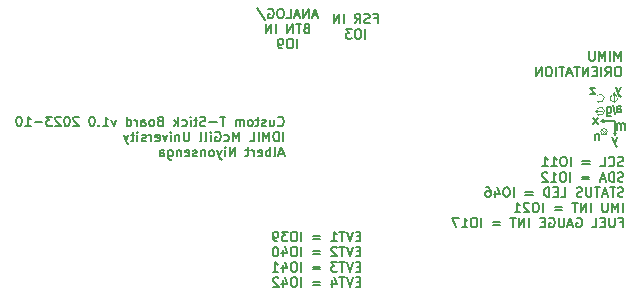
<source format=gbr>
%TF.GenerationSoftware,KiCad,Pcbnew,7.0.6*%
%TF.CreationDate,2023-10-17T01:06:07-04:00*%
%TF.ProjectId,tstick-5gw-pro-USB-V2-pcb,74737469-636b-42d3-9567-772d70726f2d,v0.0.2*%
%TF.SameCoordinates,Original*%
%TF.FileFunction,Legend,Bot*%
%TF.FilePolarity,Positive*%
%FSLAX46Y46*%
G04 Gerber Fmt 4.6, Leading zero omitted, Abs format (unit mm)*
G04 Created by KiCad (PCBNEW 7.0.6) date 2023-10-17 01:06:07*
%MOMM*%
%LPD*%
G01*
G04 APERTURE LIST*
%ADD10C,0.101600*%
%ADD11C,0.150000*%
%ADD12C,0.200000*%
%ADD13C,3.301600*%
%ADD14C,0.751600*%
%ADD15O,2.201600X1.101600*%
%ADD16O,1.901600X1.101600*%
%ADD17O,1.801600X1.801600*%
G04 APERTURE END LIST*
D10*
X151640000Y-59820000D02*
X152000000Y-59460000D01*
X152635016Y-56294999D02*
X152635016Y-56944999D01*
X151342152Y-58167356D02*
G75*
G03*
X151265018Y-57659999I182948J287356D01*
G01*
D11*
X152730000Y-59910000D02*
X152630000Y-59710000D01*
X152830000Y-59710000D01*
X152730000Y-59910000D01*
G36*
X152730000Y-59910000D02*
G01*
X152630000Y-59710000D01*
X152830000Y-59710000D01*
X152730000Y-59910000D01*
G37*
X151730000Y-58730000D02*
X152730000Y-58730000D01*
D10*
X151288300Y-57121200D02*
X151245447Y-56998540D01*
X151348300Y-56991200D01*
X151288300Y-57121200D01*
G36*
X151288300Y-57121200D02*
G01*
X151245447Y-56998540D01*
X151348300Y-56991200D01*
X151288300Y-57121200D01*
G37*
X151225016Y-57979999D02*
X151025016Y-57879999D01*
X151225016Y-57779999D01*
X151225016Y-57979999D01*
G36*
X151225016Y-57979999D02*
G01*
X151025016Y-57879999D01*
X151225016Y-57779999D01*
X151225016Y-57979999D01*
G37*
X151990000Y-59820000D02*
X151600000Y-59440000D01*
D11*
X152720000Y-58110000D02*
X152595000Y-57410000D01*
X151780000Y-58820000D02*
X151580000Y-58720000D01*
X151780000Y-58620000D01*
X151780000Y-58820000D01*
G36*
X151780000Y-58820000D02*
G01*
X151580000Y-58720000D01*
X151780000Y-58620000D01*
X151780000Y-58820000D01*
G37*
X152730000Y-58730000D02*
X152730000Y-59730000D01*
D10*
X151305016Y-58229999D02*
X151262163Y-58107339D01*
X151365016Y-58099999D01*
X151305016Y-58229999D01*
G36*
X151305016Y-58229999D02*
G01*
X151262163Y-58107339D01*
X151365016Y-58099999D01*
X151305016Y-58229999D01*
G37*
X152347656Y-56612133D02*
G75*
G03*
X152855016Y-56535000I287344J-182867D01*
G01*
X151325435Y-57058559D02*
G75*
G03*
X151248301Y-56551200I182965J287359D01*
G01*
X151025016Y-57879999D02*
X151675016Y-57879999D01*
X152415016Y-56634999D02*
X152285016Y-56574999D01*
X152407676Y-56532146D01*
X152415016Y-56634999D01*
G36*
X152415016Y-56634999D02*
G01*
X152285016Y-56574999D01*
X152407676Y-56532146D01*
X152415016Y-56634999D01*
G37*
X152082029Y-59630000D02*
G75*
G03*
X152082029Y-59630000I-272029J0D01*
G01*
X152735016Y-56494999D02*
X152535016Y-56494999D01*
X152635016Y-56294999D01*
X152735016Y-56494999D01*
G36*
X152735016Y-56494999D02*
G01*
X152535016Y-56494999D01*
X152635016Y-56294999D01*
X152735016Y-56494999D01*
G37*
D11*
X151328247Y-59016010D02*
X150909199Y-58482676D01*
X151328247Y-58482676D02*
X150909199Y-59016010D01*
D12*
X132370952Y-50044647D02*
X132637618Y-50044647D01*
X132637618Y-50463695D02*
X132637618Y-49663695D01*
X132637618Y-49663695D02*
X132256666Y-49663695D01*
X131990000Y-50425600D02*
X131875714Y-50463695D01*
X131875714Y-50463695D02*
X131685238Y-50463695D01*
X131685238Y-50463695D02*
X131609047Y-50425600D01*
X131609047Y-50425600D02*
X131570952Y-50387504D01*
X131570952Y-50387504D02*
X131532857Y-50311314D01*
X131532857Y-50311314D02*
X131532857Y-50235123D01*
X131532857Y-50235123D02*
X131570952Y-50158933D01*
X131570952Y-50158933D02*
X131609047Y-50120838D01*
X131609047Y-50120838D02*
X131685238Y-50082742D01*
X131685238Y-50082742D02*
X131837619Y-50044647D01*
X131837619Y-50044647D02*
X131913809Y-50006552D01*
X131913809Y-50006552D02*
X131951904Y-49968457D01*
X131951904Y-49968457D02*
X131990000Y-49892266D01*
X131990000Y-49892266D02*
X131990000Y-49816076D01*
X131990000Y-49816076D02*
X131951904Y-49739885D01*
X131951904Y-49739885D02*
X131913809Y-49701790D01*
X131913809Y-49701790D02*
X131837619Y-49663695D01*
X131837619Y-49663695D02*
X131647142Y-49663695D01*
X131647142Y-49663695D02*
X131532857Y-49701790D01*
X130732856Y-50463695D02*
X130999523Y-50082742D01*
X131189999Y-50463695D02*
X131189999Y-49663695D01*
X131189999Y-49663695D02*
X130885237Y-49663695D01*
X130885237Y-49663695D02*
X130809047Y-49701790D01*
X130809047Y-49701790D02*
X130770952Y-49739885D01*
X130770952Y-49739885D02*
X130732856Y-49816076D01*
X130732856Y-49816076D02*
X130732856Y-49930361D01*
X130732856Y-49930361D02*
X130770952Y-50006552D01*
X130770952Y-50006552D02*
X130809047Y-50044647D01*
X130809047Y-50044647D02*
X130885237Y-50082742D01*
X130885237Y-50082742D02*
X131189999Y-50082742D01*
X129780475Y-50463695D02*
X129780475Y-49663695D01*
X129399523Y-50463695D02*
X129399523Y-49663695D01*
X129399523Y-49663695D02*
X128942380Y-50463695D01*
X128942380Y-50463695D02*
X128942380Y-49663695D01*
X131589999Y-51751695D02*
X131589999Y-50951695D01*
X131056666Y-50951695D02*
X130904285Y-50951695D01*
X130904285Y-50951695D02*
X130828095Y-50989790D01*
X130828095Y-50989790D02*
X130751904Y-51065980D01*
X130751904Y-51065980D02*
X130713809Y-51218361D01*
X130713809Y-51218361D02*
X130713809Y-51485028D01*
X130713809Y-51485028D02*
X130751904Y-51637409D01*
X130751904Y-51637409D02*
X130828095Y-51713600D01*
X130828095Y-51713600D02*
X130904285Y-51751695D01*
X130904285Y-51751695D02*
X131056666Y-51751695D01*
X131056666Y-51751695D02*
X131132857Y-51713600D01*
X131132857Y-51713600D02*
X131209047Y-51637409D01*
X131209047Y-51637409D02*
X131247143Y-51485028D01*
X131247143Y-51485028D02*
X131247143Y-51218361D01*
X131247143Y-51218361D02*
X131209047Y-51065980D01*
X131209047Y-51065980D02*
X131132857Y-50989790D01*
X131132857Y-50989790D02*
X131056666Y-50951695D01*
X130447143Y-50951695D02*
X129951905Y-50951695D01*
X129951905Y-50951695D02*
X130218571Y-51256457D01*
X130218571Y-51256457D02*
X130104286Y-51256457D01*
X130104286Y-51256457D02*
X130028095Y-51294552D01*
X130028095Y-51294552D02*
X129990000Y-51332647D01*
X129990000Y-51332647D02*
X129951905Y-51408838D01*
X129951905Y-51408838D02*
X129951905Y-51599314D01*
X129951905Y-51599314D02*
X129990000Y-51675504D01*
X129990000Y-51675504D02*
X130028095Y-51713600D01*
X130028095Y-51713600D02*
X130104286Y-51751695D01*
X130104286Y-51751695D02*
X130332857Y-51751695D01*
X130332857Y-51751695D02*
X130409048Y-51713600D01*
X130409048Y-51713600D02*
X130447143Y-51675504D01*
X127544285Y-49777123D02*
X127163332Y-49777123D01*
X127620475Y-50005695D02*
X127353808Y-49205695D01*
X127353808Y-49205695D02*
X127087142Y-50005695D01*
X126820475Y-50005695D02*
X126820475Y-49205695D01*
X126820475Y-49205695D02*
X126363332Y-50005695D01*
X126363332Y-50005695D02*
X126363332Y-49205695D01*
X126020476Y-49777123D02*
X125639523Y-49777123D01*
X126096666Y-50005695D02*
X125829999Y-49205695D01*
X125829999Y-49205695D02*
X125563333Y-50005695D01*
X124915714Y-50005695D02*
X125296666Y-50005695D01*
X125296666Y-50005695D02*
X125296666Y-49205695D01*
X124496666Y-49205695D02*
X124344285Y-49205695D01*
X124344285Y-49205695D02*
X124268095Y-49243790D01*
X124268095Y-49243790D02*
X124191904Y-49319980D01*
X124191904Y-49319980D02*
X124153809Y-49472361D01*
X124153809Y-49472361D02*
X124153809Y-49739028D01*
X124153809Y-49739028D02*
X124191904Y-49891409D01*
X124191904Y-49891409D02*
X124268095Y-49967600D01*
X124268095Y-49967600D02*
X124344285Y-50005695D01*
X124344285Y-50005695D02*
X124496666Y-50005695D01*
X124496666Y-50005695D02*
X124572857Y-49967600D01*
X124572857Y-49967600D02*
X124649047Y-49891409D01*
X124649047Y-49891409D02*
X124687143Y-49739028D01*
X124687143Y-49739028D02*
X124687143Y-49472361D01*
X124687143Y-49472361D02*
X124649047Y-49319980D01*
X124649047Y-49319980D02*
X124572857Y-49243790D01*
X124572857Y-49243790D02*
X124496666Y-49205695D01*
X123391905Y-49243790D02*
X123468095Y-49205695D01*
X123468095Y-49205695D02*
X123582381Y-49205695D01*
X123582381Y-49205695D02*
X123696667Y-49243790D01*
X123696667Y-49243790D02*
X123772857Y-49319980D01*
X123772857Y-49319980D02*
X123810952Y-49396171D01*
X123810952Y-49396171D02*
X123849048Y-49548552D01*
X123849048Y-49548552D02*
X123849048Y-49662838D01*
X123849048Y-49662838D02*
X123810952Y-49815219D01*
X123810952Y-49815219D02*
X123772857Y-49891409D01*
X123772857Y-49891409D02*
X123696667Y-49967600D01*
X123696667Y-49967600D02*
X123582381Y-50005695D01*
X123582381Y-50005695D02*
X123506190Y-50005695D01*
X123506190Y-50005695D02*
X123391905Y-49967600D01*
X123391905Y-49967600D02*
X123353809Y-49929504D01*
X123353809Y-49929504D02*
X123353809Y-49662838D01*
X123353809Y-49662838D02*
X123506190Y-49662838D01*
X122439524Y-49167600D02*
X123125238Y-50196171D01*
X126610952Y-50874647D02*
X126496666Y-50912742D01*
X126496666Y-50912742D02*
X126458571Y-50950838D01*
X126458571Y-50950838D02*
X126420475Y-51027028D01*
X126420475Y-51027028D02*
X126420475Y-51141314D01*
X126420475Y-51141314D02*
X126458571Y-51217504D01*
X126458571Y-51217504D02*
X126496666Y-51255600D01*
X126496666Y-51255600D02*
X126572856Y-51293695D01*
X126572856Y-51293695D02*
X126877618Y-51293695D01*
X126877618Y-51293695D02*
X126877618Y-50493695D01*
X126877618Y-50493695D02*
X126610952Y-50493695D01*
X126610952Y-50493695D02*
X126534761Y-50531790D01*
X126534761Y-50531790D02*
X126496666Y-50569885D01*
X126496666Y-50569885D02*
X126458571Y-50646076D01*
X126458571Y-50646076D02*
X126458571Y-50722266D01*
X126458571Y-50722266D02*
X126496666Y-50798457D01*
X126496666Y-50798457D02*
X126534761Y-50836552D01*
X126534761Y-50836552D02*
X126610952Y-50874647D01*
X126610952Y-50874647D02*
X126877618Y-50874647D01*
X126191904Y-50493695D02*
X125734761Y-50493695D01*
X125963333Y-51293695D02*
X125963333Y-50493695D01*
X125468094Y-51293695D02*
X125468094Y-50493695D01*
X125468094Y-50493695D02*
X125010951Y-51293695D01*
X125010951Y-51293695D02*
X125010951Y-50493695D01*
X124020475Y-51293695D02*
X124020475Y-50493695D01*
X123639523Y-51293695D02*
X123639523Y-50493695D01*
X123639523Y-50493695D02*
X123182380Y-51293695D01*
X123182380Y-51293695D02*
X123182380Y-50493695D01*
X125829999Y-52581695D02*
X125829999Y-51781695D01*
X125296666Y-51781695D02*
X125144285Y-51781695D01*
X125144285Y-51781695D02*
X125068095Y-51819790D01*
X125068095Y-51819790D02*
X124991904Y-51895980D01*
X124991904Y-51895980D02*
X124953809Y-52048361D01*
X124953809Y-52048361D02*
X124953809Y-52315028D01*
X124953809Y-52315028D02*
X124991904Y-52467409D01*
X124991904Y-52467409D02*
X125068095Y-52543600D01*
X125068095Y-52543600D02*
X125144285Y-52581695D01*
X125144285Y-52581695D02*
X125296666Y-52581695D01*
X125296666Y-52581695D02*
X125372857Y-52543600D01*
X125372857Y-52543600D02*
X125449047Y-52467409D01*
X125449047Y-52467409D02*
X125487143Y-52315028D01*
X125487143Y-52315028D02*
X125487143Y-52048361D01*
X125487143Y-52048361D02*
X125449047Y-51895980D01*
X125449047Y-51895980D02*
X125372857Y-51819790D01*
X125372857Y-51819790D02*
X125296666Y-51781695D01*
X124572857Y-52581695D02*
X124420476Y-52581695D01*
X124420476Y-52581695D02*
X124344286Y-52543600D01*
X124344286Y-52543600D02*
X124306190Y-52505504D01*
X124306190Y-52505504D02*
X124230000Y-52391219D01*
X124230000Y-52391219D02*
X124191905Y-52238838D01*
X124191905Y-52238838D02*
X124191905Y-51934076D01*
X124191905Y-51934076D02*
X124230000Y-51857885D01*
X124230000Y-51857885D02*
X124268095Y-51819790D01*
X124268095Y-51819790D02*
X124344286Y-51781695D01*
X124344286Y-51781695D02*
X124496667Y-51781695D01*
X124496667Y-51781695D02*
X124572857Y-51819790D01*
X124572857Y-51819790D02*
X124610952Y-51857885D01*
X124610952Y-51857885D02*
X124649048Y-51934076D01*
X124649048Y-51934076D02*
X124649048Y-52124552D01*
X124649048Y-52124552D02*
X124610952Y-52200742D01*
X124610952Y-52200742D02*
X124572857Y-52238838D01*
X124572857Y-52238838D02*
X124496667Y-52276933D01*
X124496667Y-52276933D02*
X124344286Y-52276933D01*
X124344286Y-52276933D02*
X124268095Y-52238838D01*
X124268095Y-52238838D02*
X124230000Y-52200742D01*
X124230000Y-52200742D02*
X124191905Y-52124552D01*
D11*
X152887982Y-58004295D02*
X152887982Y-57585247D01*
X152887982Y-57585247D02*
X152926077Y-57509057D01*
X152926077Y-57509057D02*
X153002268Y-57470961D01*
X153002268Y-57470961D02*
X153154649Y-57470961D01*
X153154649Y-57470961D02*
X153230839Y-57509057D01*
X152887982Y-57966200D02*
X152964173Y-58004295D01*
X152964173Y-58004295D02*
X153154649Y-58004295D01*
X153154649Y-58004295D02*
X153230839Y-57966200D01*
X153230839Y-57966200D02*
X153268935Y-57890009D01*
X153268935Y-57890009D02*
X153268935Y-57813819D01*
X153268935Y-57813819D02*
X153230839Y-57737628D01*
X153230839Y-57737628D02*
X153154649Y-57699533D01*
X153154649Y-57699533D02*
X152964173Y-57699533D01*
X152964173Y-57699533D02*
X152887982Y-57661438D01*
X151035331Y-55912161D02*
X150616283Y-55912161D01*
X150616283Y-55912161D02*
X151035331Y-56445495D01*
X151035331Y-56445495D02*
X150616283Y-56445495D01*
X153228247Y-55862676D02*
X153037771Y-56396010D01*
X152847294Y-55862676D02*
X153037771Y-56396010D01*
X153037771Y-56396010D02*
X153113961Y-56586486D01*
X153113961Y-56586486D02*
X153152056Y-56624581D01*
X153152056Y-56624581D02*
X153228247Y-56662676D01*
X152030482Y-57530961D02*
X152030482Y-58178580D01*
X152030482Y-58178580D02*
X152068577Y-58254771D01*
X152068577Y-58254771D02*
X152106673Y-58292866D01*
X152106673Y-58292866D02*
X152182863Y-58330961D01*
X152182863Y-58330961D02*
X152297149Y-58330961D01*
X152297149Y-58330961D02*
X152373339Y-58292866D01*
X152030482Y-58026200D02*
X152106673Y-58064295D01*
X152106673Y-58064295D02*
X152259054Y-58064295D01*
X152259054Y-58064295D02*
X152335244Y-58026200D01*
X152335244Y-58026200D02*
X152373339Y-57988104D01*
X152373339Y-57988104D02*
X152411435Y-57911914D01*
X152411435Y-57911914D02*
X152411435Y-57683342D01*
X152411435Y-57683342D02*
X152373339Y-57607152D01*
X152373339Y-57607152D02*
X152335244Y-57569057D01*
X152335244Y-57569057D02*
X152259054Y-57530961D01*
X152259054Y-57530961D02*
X152106673Y-57530961D01*
X152106673Y-57530961D02*
X152030482Y-57569057D01*
D12*
X153456041Y-62531600D02*
X153341755Y-62569695D01*
X153341755Y-62569695D02*
X153151279Y-62569695D01*
X153151279Y-62569695D02*
X153075088Y-62531600D01*
X153075088Y-62531600D02*
X153036993Y-62493504D01*
X153036993Y-62493504D02*
X152998898Y-62417314D01*
X152998898Y-62417314D02*
X152998898Y-62341123D01*
X152998898Y-62341123D02*
X153036993Y-62264933D01*
X153036993Y-62264933D02*
X153075088Y-62226838D01*
X153075088Y-62226838D02*
X153151279Y-62188742D01*
X153151279Y-62188742D02*
X153303660Y-62150647D01*
X153303660Y-62150647D02*
X153379850Y-62112552D01*
X153379850Y-62112552D02*
X153417945Y-62074457D01*
X153417945Y-62074457D02*
X153456041Y-61998266D01*
X153456041Y-61998266D02*
X153456041Y-61922076D01*
X153456041Y-61922076D02*
X153417945Y-61845885D01*
X153417945Y-61845885D02*
X153379850Y-61807790D01*
X153379850Y-61807790D02*
X153303660Y-61769695D01*
X153303660Y-61769695D02*
X153113183Y-61769695D01*
X153113183Y-61769695D02*
X152998898Y-61807790D01*
X152198897Y-62493504D02*
X152236993Y-62531600D01*
X152236993Y-62531600D02*
X152351278Y-62569695D01*
X152351278Y-62569695D02*
X152427469Y-62569695D01*
X152427469Y-62569695D02*
X152541755Y-62531600D01*
X152541755Y-62531600D02*
X152617945Y-62455409D01*
X152617945Y-62455409D02*
X152656040Y-62379219D01*
X152656040Y-62379219D02*
X152694136Y-62226838D01*
X152694136Y-62226838D02*
X152694136Y-62112552D01*
X152694136Y-62112552D02*
X152656040Y-61960171D01*
X152656040Y-61960171D02*
X152617945Y-61883980D01*
X152617945Y-61883980D02*
X152541755Y-61807790D01*
X152541755Y-61807790D02*
X152427469Y-61769695D01*
X152427469Y-61769695D02*
X152351278Y-61769695D01*
X152351278Y-61769695D02*
X152236993Y-61807790D01*
X152236993Y-61807790D02*
X152198897Y-61845885D01*
X151475088Y-62569695D02*
X151856040Y-62569695D01*
X151856040Y-62569695D02*
X151856040Y-61769695D01*
X150598897Y-62150647D02*
X149989374Y-62150647D01*
X149989374Y-62379219D02*
X150598897Y-62379219D01*
X148998897Y-62569695D02*
X148998897Y-61769695D01*
X148465564Y-61769695D02*
X148313183Y-61769695D01*
X148313183Y-61769695D02*
X148236993Y-61807790D01*
X148236993Y-61807790D02*
X148160802Y-61883980D01*
X148160802Y-61883980D02*
X148122707Y-62036361D01*
X148122707Y-62036361D02*
X148122707Y-62303028D01*
X148122707Y-62303028D02*
X148160802Y-62455409D01*
X148160802Y-62455409D02*
X148236993Y-62531600D01*
X148236993Y-62531600D02*
X148313183Y-62569695D01*
X148313183Y-62569695D02*
X148465564Y-62569695D01*
X148465564Y-62569695D02*
X148541755Y-62531600D01*
X148541755Y-62531600D02*
X148617945Y-62455409D01*
X148617945Y-62455409D02*
X148656041Y-62303028D01*
X148656041Y-62303028D02*
X148656041Y-62036361D01*
X148656041Y-62036361D02*
X148617945Y-61883980D01*
X148617945Y-61883980D02*
X148541755Y-61807790D01*
X148541755Y-61807790D02*
X148465564Y-61769695D01*
X147360803Y-62569695D02*
X147817946Y-62569695D01*
X147589374Y-62569695D02*
X147589374Y-61769695D01*
X147589374Y-61769695D02*
X147665565Y-61883980D01*
X147665565Y-61883980D02*
X147741755Y-61960171D01*
X147741755Y-61960171D02*
X147817946Y-61998266D01*
X146598898Y-62569695D02*
X147056041Y-62569695D01*
X146827469Y-62569695D02*
X146827469Y-61769695D01*
X146827469Y-61769695D02*
X146903660Y-61883980D01*
X146903660Y-61883980D02*
X146979850Y-61960171D01*
X146979850Y-61960171D02*
X147056041Y-61998266D01*
X153456041Y-63819600D02*
X153341755Y-63857695D01*
X153341755Y-63857695D02*
X153151279Y-63857695D01*
X153151279Y-63857695D02*
X153075088Y-63819600D01*
X153075088Y-63819600D02*
X153036993Y-63781504D01*
X153036993Y-63781504D02*
X152998898Y-63705314D01*
X152998898Y-63705314D02*
X152998898Y-63629123D01*
X152998898Y-63629123D02*
X153036993Y-63552933D01*
X153036993Y-63552933D02*
X153075088Y-63514838D01*
X153075088Y-63514838D02*
X153151279Y-63476742D01*
X153151279Y-63476742D02*
X153303660Y-63438647D01*
X153303660Y-63438647D02*
X153379850Y-63400552D01*
X153379850Y-63400552D02*
X153417945Y-63362457D01*
X153417945Y-63362457D02*
X153456041Y-63286266D01*
X153456041Y-63286266D02*
X153456041Y-63210076D01*
X153456041Y-63210076D02*
X153417945Y-63133885D01*
X153417945Y-63133885D02*
X153379850Y-63095790D01*
X153379850Y-63095790D02*
X153303660Y-63057695D01*
X153303660Y-63057695D02*
X153113183Y-63057695D01*
X153113183Y-63057695D02*
X152998898Y-63095790D01*
X152656040Y-63857695D02*
X152656040Y-63057695D01*
X152656040Y-63057695D02*
X152465564Y-63057695D01*
X152465564Y-63057695D02*
X152351278Y-63095790D01*
X152351278Y-63095790D02*
X152275088Y-63171980D01*
X152275088Y-63171980D02*
X152236993Y-63248171D01*
X152236993Y-63248171D02*
X152198897Y-63400552D01*
X152198897Y-63400552D02*
X152198897Y-63514838D01*
X152198897Y-63514838D02*
X152236993Y-63667219D01*
X152236993Y-63667219D02*
X152275088Y-63743409D01*
X152275088Y-63743409D02*
X152351278Y-63819600D01*
X152351278Y-63819600D02*
X152465564Y-63857695D01*
X152465564Y-63857695D02*
X152656040Y-63857695D01*
X151894136Y-63629123D02*
X151513183Y-63629123D01*
X151970326Y-63857695D02*
X151703659Y-63057695D01*
X151703659Y-63057695D02*
X151436993Y-63857695D01*
X150560802Y-63438647D02*
X149951279Y-63438647D01*
X149951279Y-63667219D02*
X150560802Y-63667219D01*
X148960802Y-63857695D02*
X148960802Y-63057695D01*
X148427469Y-63057695D02*
X148275088Y-63057695D01*
X148275088Y-63057695D02*
X148198898Y-63095790D01*
X148198898Y-63095790D02*
X148122707Y-63171980D01*
X148122707Y-63171980D02*
X148084612Y-63324361D01*
X148084612Y-63324361D02*
X148084612Y-63591028D01*
X148084612Y-63591028D02*
X148122707Y-63743409D01*
X148122707Y-63743409D02*
X148198898Y-63819600D01*
X148198898Y-63819600D02*
X148275088Y-63857695D01*
X148275088Y-63857695D02*
X148427469Y-63857695D01*
X148427469Y-63857695D02*
X148503660Y-63819600D01*
X148503660Y-63819600D02*
X148579850Y-63743409D01*
X148579850Y-63743409D02*
X148617946Y-63591028D01*
X148617946Y-63591028D02*
X148617946Y-63324361D01*
X148617946Y-63324361D02*
X148579850Y-63171980D01*
X148579850Y-63171980D02*
X148503660Y-63095790D01*
X148503660Y-63095790D02*
X148427469Y-63057695D01*
X147322708Y-63857695D02*
X147779851Y-63857695D01*
X147551279Y-63857695D02*
X147551279Y-63057695D01*
X147551279Y-63057695D02*
X147627470Y-63171980D01*
X147627470Y-63171980D02*
X147703660Y-63248171D01*
X147703660Y-63248171D02*
X147779851Y-63286266D01*
X147017946Y-63133885D02*
X146979850Y-63095790D01*
X146979850Y-63095790D02*
X146903660Y-63057695D01*
X146903660Y-63057695D02*
X146713184Y-63057695D01*
X146713184Y-63057695D02*
X146636993Y-63095790D01*
X146636993Y-63095790D02*
X146598898Y-63133885D01*
X146598898Y-63133885D02*
X146560803Y-63210076D01*
X146560803Y-63210076D02*
X146560803Y-63286266D01*
X146560803Y-63286266D02*
X146598898Y-63400552D01*
X146598898Y-63400552D02*
X147056041Y-63857695D01*
X147056041Y-63857695D02*
X146560803Y-63857695D01*
X153456041Y-65107600D02*
X153341755Y-65145695D01*
X153341755Y-65145695D02*
X153151279Y-65145695D01*
X153151279Y-65145695D02*
X153075088Y-65107600D01*
X153075088Y-65107600D02*
X153036993Y-65069504D01*
X153036993Y-65069504D02*
X152998898Y-64993314D01*
X152998898Y-64993314D02*
X152998898Y-64917123D01*
X152998898Y-64917123D02*
X153036993Y-64840933D01*
X153036993Y-64840933D02*
X153075088Y-64802838D01*
X153075088Y-64802838D02*
X153151279Y-64764742D01*
X153151279Y-64764742D02*
X153303660Y-64726647D01*
X153303660Y-64726647D02*
X153379850Y-64688552D01*
X153379850Y-64688552D02*
X153417945Y-64650457D01*
X153417945Y-64650457D02*
X153456041Y-64574266D01*
X153456041Y-64574266D02*
X153456041Y-64498076D01*
X153456041Y-64498076D02*
X153417945Y-64421885D01*
X153417945Y-64421885D02*
X153379850Y-64383790D01*
X153379850Y-64383790D02*
X153303660Y-64345695D01*
X153303660Y-64345695D02*
X153113183Y-64345695D01*
X153113183Y-64345695D02*
X152998898Y-64383790D01*
X152770326Y-64345695D02*
X152313183Y-64345695D01*
X152541755Y-65145695D02*
X152541755Y-64345695D01*
X152084612Y-64917123D02*
X151703659Y-64917123D01*
X152160802Y-65145695D02*
X151894135Y-64345695D01*
X151894135Y-64345695D02*
X151627469Y-65145695D01*
X151475088Y-64345695D02*
X151017945Y-64345695D01*
X151246517Y-65145695D02*
X151246517Y-64345695D01*
X150751278Y-64345695D02*
X150751278Y-64993314D01*
X150751278Y-64993314D02*
X150713183Y-65069504D01*
X150713183Y-65069504D02*
X150675088Y-65107600D01*
X150675088Y-65107600D02*
X150598897Y-65145695D01*
X150598897Y-65145695D02*
X150446516Y-65145695D01*
X150446516Y-65145695D02*
X150370326Y-65107600D01*
X150370326Y-65107600D02*
X150332231Y-65069504D01*
X150332231Y-65069504D02*
X150294135Y-64993314D01*
X150294135Y-64993314D02*
X150294135Y-64345695D01*
X149951279Y-65107600D02*
X149836993Y-65145695D01*
X149836993Y-65145695D02*
X149646517Y-65145695D01*
X149646517Y-65145695D02*
X149570326Y-65107600D01*
X149570326Y-65107600D02*
X149532231Y-65069504D01*
X149532231Y-65069504D02*
X149494136Y-64993314D01*
X149494136Y-64993314D02*
X149494136Y-64917123D01*
X149494136Y-64917123D02*
X149532231Y-64840933D01*
X149532231Y-64840933D02*
X149570326Y-64802838D01*
X149570326Y-64802838D02*
X149646517Y-64764742D01*
X149646517Y-64764742D02*
X149798898Y-64726647D01*
X149798898Y-64726647D02*
X149875088Y-64688552D01*
X149875088Y-64688552D02*
X149913183Y-64650457D01*
X149913183Y-64650457D02*
X149951279Y-64574266D01*
X149951279Y-64574266D02*
X149951279Y-64498076D01*
X149951279Y-64498076D02*
X149913183Y-64421885D01*
X149913183Y-64421885D02*
X149875088Y-64383790D01*
X149875088Y-64383790D02*
X149798898Y-64345695D01*
X149798898Y-64345695D02*
X149608421Y-64345695D01*
X149608421Y-64345695D02*
X149494136Y-64383790D01*
X148160802Y-65145695D02*
X148541754Y-65145695D01*
X148541754Y-65145695D02*
X148541754Y-64345695D01*
X147894135Y-64726647D02*
X147627469Y-64726647D01*
X147513183Y-65145695D02*
X147894135Y-65145695D01*
X147894135Y-65145695D02*
X147894135Y-64345695D01*
X147894135Y-64345695D02*
X147513183Y-64345695D01*
X147170325Y-65145695D02*
X147170325Y-64345695D01*
X147170325Y-64345695D02*
X146979849Y-64345695D01*
X146979849Y-64345695D02*
X146865563Y-64383790D01*
X146865563Y-64383790D02*
X146789373Y-64459980D01*
X146789373Y-64459980D02*
X146751278Y-64536171D01*
X146751278Y-64536171D02*
X146713182Y-64688552D01*
X146713182Y-64688552D02*
X146713182Y-64802838D01*
X146713182Y-64802838D02*
X146751278Y-64955219D01*
X146751278Y-64955219D02*
X146789373Y-65031409D01*
X146789373Y-65031409D02*
X146865563Y-65107600D01*
X146865563Y-65107600D02*
X146979849Y-65145695D01*
X146979849Y-65145695D02*
X147170325Y-65145695D01*
X145760801Y-64726647D02*
X145151278Y-64726647D01*
X145151278Y-64955219D02*
X145760801Y-64955219D01*
X144160801Y-65145695D02*
X144160801Y-64345695D01*
X143627468Y-64345695D02*
X143475087Y-64345695D01*
X143475087Y-64345695D02*
X143398897Y-64383790D01*
X143398897Y-64383790D02*
X143322706Y-64459980D01*
X143322706Y-64459980D02*
X143284611Y-64612361D01*
X143284611Y-64612361D02*
X143284611Y-64879028D01*
X143284611Y-64879028D02*
X143322706Y-65031409D01*
X143322706Y-65031409D02*
X143398897Y-65107600D01*
X143398897Y-65107600D02*
X143475087Y-65145695D01*
X143475087Y-65145695D02*
X143627468Y-65145695D01*
X143627468Y-65145695D02*
X143703659Y-65107600D01*
X143703659Y-65107600D02*
X143779849Y-65031409D01*
X143779849Y-65031409D02*
X143817945Y-64879028D01*
X143817945Y-64879028D02*
X143817945Y-64612361D01*
X143817945Y-64612361D02*
X143779849Y-64459980D01*
X143779849Y-64459980D02*
X143703659Y-64383790D01*
X143703659Y-64383790D02*
X143627468Y-64345695D01*
X142598897Y-64612361D02*
X142598897Y-65145695D01*
X142789373Y-64307600D02*
X142979850Y-64879028D01*
X142979850Y-64879028D02*
X142484611Y-64879028D01*
X141836992Y-64345695D02*
X141989373Y-64345695D01*
X141989373Y-64345695D02*
X142065564Y-64383790D01*
X142065564Y-64383790D02*
X142103659Y-64421885D01*
X142103659Y-64421885D02*
X142179849Y-64536171D01*
X142179849Y-64536171D02*
X142217945Y-64688552D01*
X142217945Y-64688552D02*
X142217945Y-64993314D01*
X142217945Y-64993314D02*
X142179849Y-65069504D01*
X142179849Y-65069504D02*
X142141754Y-65107600D01*
X142141754Y-65107600D02*
X142065564Y-65145695D01*
X142065564Y-65145695D02*
X141913183Y-65145695D01*
X141913183Y-65145695D02*
X141836992Y-65107600D01*
X141836992Y-65107600D02*
X141798897Y-65069504D01*
X141798897Y-65069504D02*
X141760802Y-64993314D01*
X141760802Y-64993314D02*
X141760802Y-64802838D01*
X141760802Y-64802838D02*
X141798897Y-64726647D01*
X141798897Y-64726647D02*
X141836992Y-64688552D01*
X141836992Y-64688552D02*
X141913183Y-64650457D01*
X141913183Y-64650457D02*
X142065564Y-64650457D01*
X142065564Y-64650457D02*
X142141754Y-64688552D01*
X142141754Y-64688552D02*
X142179849Y-64726647D01*
X142179849Y-64726647D02*
X142217945Y-64802838D01*
X153417945Y-66433695D02*
X153417945Y-65633695D01*
X153036993Y-66433695D02*
X153036993Y-65633695D01*
X153036993Y-65633695D02*
X152770327Y-66205123D01*
X152770327Y-66205123D02*
X152503660Y-65633695D01*
X152503660Y-65633695D02*
X152503660Y-66433695D01*
X152122707Y-65633695D02*
X152122707Y-66281314D01*
X152122707Y-66281314D02*
X152084612Y-66357504D01*
X152084612Y-66357504D02*
X152046517Y-66395600D01*
X152046517Y-66395600D02*
X151970326Y-66433695D01*
X151970326Y-66433695D02*
X151817945Y-66433695D01*
X151817945Y-66433695D02*
X151741755Y-66395600D01*
X151741755Y-66395600D02*
X151703660Y-66357504D01*
X151703660Y-66357504D02*
X151665564Y-66281314D01*
X151665564Y-66281314D02*
X151665564Y-65633695D01*
X150675088Y-66433695D02*
X150675088Y-65633695D01*
X150294136Y-66433695D02*
X150294136Y-65633695D01*
X150294136Y-65633695D02*
X149836993Y-66433695D01*
X149836993Y-66433695D02*
X149836993Y-65633695D01*
X149570327Y-65633695D02*
X149113184Y-65633695D01*
X149341756Y-66433695D02*
X149341756Y-65633695D01*
X148236993Y-66014647D02*
X147627470Y-66014647D01*
X147627470Y-66243219D02*
X148236993Y-66243219D01*
X146636993Y-66433695D02*
X146636993Y-65633695D01*
X146103660Y-65633695D02*
X145951279Y-65633695D01*
X145951279Y-65633695D02*
X145875089Y-65671790D01*
X145875089Y-65671790D02*
X145798898Y-65747980D01*
X145798898Y-65747980D02*
X145760803Y-65900361D01*
X145760803Y-65900361D02*
X145760803Y-66167028D01*
X145760803Y-66167028D02*
X145798898Y-66319409D01*
X145798898Y-66319409D02*
X145875089Y-66395600D01*
X145875089Y-66395600D02*
X145951279Y-66433695D01*
X145951279Y-66433695D02*
X146103660Y-66433695D01*
X146103660Y-66433695D02*
X146179851Y-66395600D01*
X146179851Y-66395600D02*
X146256041Y-66319409D01*
X146256041Y-66319409D02*
X146294137Y-66167028D01*
X146294137Y-66167028D02*
X146294137Y-65900361D01*
X146294137Y-65900361D02*
X146256041Y-65747980D01*
X146256041Y-65747980D02*
X146179851Y-65671790D01*
X146179851Y-65671790D02*
X146103660Y-65633695D01*
X145456042Y-65709885D02*
X145417946Y-65671790D01*
X145417946Y-65671790D02*
X145341756Y-65633695D01*
X145341756Y-65633695D02*
X145151280Y-65633695D01*
X145151280Y-65633695D02*
X145075089Y-65671790D01*
X145075089Y-65671790D02*
X145036994Y-65709885D01*
X145036994Y-65709885D02*
X144998899Y-65786076D01*
X144998899Y-65786076D02*
X144998899Y-65862266D01*
X144998899Y-65862266D02*
X145036994Y-65976552D01*
X145036994Y-65976552D02*
X145494137Y-66433695D01*
X145494137Y-66433695D02*
X144998899Y-66433695D01*
X144236994Y-66433695D02*
X144694137Y-66433695D01*
X144465565Y-66433695D02*
X144465565Y-65633695D01*
X144465565Y-65633695D02*
X144541756Y-65747980D01*
X144541756Y-65747980D02*
X144617946Y-65824171D01*
X144617946Y-65824171D02*
X144694137Y-65862266D01*
X153151279Y-67302647D02*
X153417945Y-67302647D01*
X153417945Y-67721695D02*
X153417945Y-66921695D01*
X153417945Y-66921695D02*
X153036993Y-66921695D01*
X152732231Y-66921695D02*
X152732231Y-67569314D01*
X152732231Y-67569314D02*
X152694136Y-67645504D01*
X152694136Y-67645504D02*
X152656041Y-67683600D01*
X152656041Y-67683600D02*
X152579850Y-67721695D01*
X152579850Y-67721695D02*
X152427469Y-67721695D01*
X152427469Y-67721695D02*
X152351279Y-67683600D01*
X152351279Y-67683600D02*
X152313184Y-67645504D01*
X152313184Y-67645504D02*
X152275088Y-67569314D01*
X152275088Y-67569314D02*
X152275088Y-66921695D01*
X151894136Y-67302647D02*
X151627470Y-67302647D01*
X151513184Y-67721695D02*
X151894136Y-67721695D01*
X151894136Y-67721695D02*
X151894136Y-66921695D01*
X151894136Y-66921695D02*
X151513184Y-66921695D01*
X150789374Y-67721695D02*
X151170326Y-67721695D01*
X151170326Y-67721695D02*
X151170326Y-66921695D01*
X149494136Y-66959790D02*
X149570326Y-66921695D01*
X149570326Y-66921695D02*
X149684612Y-66921695D01*
X149684612Y-66921695D02*
X149798898Y-66959790D01*
X149798898Y-66959790D02*
X149875088Y-67035980D01*
X149875088Y-67035980D02*
X149913183Y-67112171D01*
X149913183Y-67112171D02*
X149951279Y-67264552D01*
X149951279Y-67264552D02*
X149951279Y-67378838D01*
X149951279Y-67378838D02*
X149913183Y-67531219D01*
X149913183Y-67531219D02*
X149875088Y-67607409D01*
X149875088Y-67607409D02*
X149798898Y-67683600D01*
X149798898Y-67683600D02*
X149684612Y-67721695D01*
X149684612Y-67721695D02*
X149608421Y-67721695D01*
X149608421Y-67721695D02*
X149494136Y-67683600D01*
X149494136Y-67683600D02*
X149456040Y-67645504D01*
X149456040Y-67645504D02*
X149456040Y-67378838D01*
X149456040Y-67378838D02*
X149608421Y-67378838D01*
X149151279Y-67493123D02*
X148770326Y-67493123D01*
X149227469Y-67721695D02*
X148960802Y-66921695D01*
X148960802Y-66921695D02*
X148694136Y-67721695D01*
X148427469Y-66921695D02*
X148427469Y-67569314D01*
X148427469Y-67569314D02*
X148389374Y-67645504D01*
X148389374Y-67645504D02*
X148351279Y-67683600D01*
X148351279Y-67683600D02*
X148275088Y-67721695D01*
X148275088Y-67721695D02*
X148122707Y-67721695D01*
X148122707Y-67721695D02*
X148046517Y-67683600D01*
X148046517Y-67683600D02*
X148008422Y-67645504D01*
X148008422Y-67645504D02*
X147970326Y-67569314D01*
X147970326Y-67569314D02*
X147970326Y-66921695D01*
X147170327Y-66959790D02*
X147246517Y-66921695D01*
X147246517Y-66921695D02*
X147360803Y-66921695D01*
X147360803Y-66921695D02*
X147475089Y-66959790D01*
X147475089Y-66959790D02*
X147551279Y-67035980D01*
X147551279Y-67035980D02*
X147589374Y-67112171D01*
X147589374Y-67112171D02*
X147627470Y-67264552D01*
X147627470Y-67264552D02*
X147627470Y-67378838D01*
X147627470Y-67378838D02*
X147589374Y-67531219D01*
X147589374Y-67531219D02*
X147551279Y-67607409D01*
X147551279Y-67607409D02*
X147475089Y-67683600D01*
X147475089Y-67683600D02*
X147360803Y-67721695D01*
X147360803Y-67721695D02*
X147284612Y-67721695D01*
X147284612Y-67721695D02*
X147170327Y-67683600D01*
X147170327Y-67683600D02*
X147132231Y-67645504D01*
X147132231Y-67645504D02*
X147132231Y-67378838D01*
X147132231Y-67378838D02*
X147284612Y-67378838D01*
X146789374Y-67302647D02*
X146522708Y-67302647D01*
X146408422Y-67721695D02*
X146789374Y-67721695D01*
X146789374Y-67721695D02*
X146789374Y-66921695D01*
X146789374Y-66921695D02*
X146408422Y-66921695D01*
X145456040Y-67721695D02*
X145456040Y-66921695D01*
X145075088Y-67721695D02*
X145075088Y-66921695D01*
X145075088Y-66921695D02*
X144617945Y-67721695D01*
X144617945Y-67721695D02*
X144617945Y-66921695D01*
X144351279Y-66921695D02*
X143894136Y-66921695D01*
X144122708Y-67721695D02*
X144122708Y-66921695D01*
X143017945Y-67302647D02*
X142408422Y-67302647D01*
X142408422Y-67531219D02*
X143017945Y-67531219D01*
X141417945Y-67721695D02*
X141417945Y-66921695D01*
X140884612Y-66921695D02*
X140732231Y-66921695D01*
X140732231Y-66921695D02*
X140656041Y-66959790D01*
X140656041Y-66959790D02*
X140579850Y-67035980D01*
X140579850Y-67035980D02*
X140541755Y-67188361D01*
X140541755Y-67188361D02*
X140541755Y-67455028D01*
X140541755Y-67455028D02*
X140579850Y-67607409D01*
X140579850Y-67607409D02*
X140656041Y-67683600D01*
X140656041Y-67683600D02*
X140732231Y-67721695D01*
X140732231Y-67721695D02*
X140884612Y-67721695D01*
X140884612Y-67721695D02*
X140960803Y-67683600D01*
X140960803Y-67683600D02*
X141036993Y-67607409D01*
X141036993Y-67607409D02*
X141075089Y-67455028D01*
X141075089Y-67455028D02*
X141075089Y-67188361D01*
X141075089Y-67188361D02*
X141036993Y-67035980D01*
X141036993Y-67035980D02*
X140960803Y-66959790D01*
X140960803Y-66959790D02*
X140884612Y-66921695D01*
X139779851Y-67721695D02*
X140236994Y-67721695D01*
X140008422Y-67721695D02*
X140008422Y-66921695D01*
X140008422Y-66921695D02*
X140084613Y-67035980D01*
X140084613Y-67035980D02*
X140160803Y-67112171D01*
X140160803Y-67112171D02*
X140236994Y-67150266D01*
X139513184Y-66921695D02*
X138979850Y-66921695D01*
X138979850Y-66921695D02*
X139322708Y-67721695D01*
X153227945Y-53633695D02*
X153227945Y-52833695D01*
X153227945Y-52833695D02*
X152961279Y-53405123D01*
X152961279Y-53405123D02*
X152694612Y-52833695D01*
X152694612Y-52833695D02*
X152694612Y-53633695D01*
X152313659Y-53633695D02*
X152313659Y-52833695D01*
X151932707Y-53633695D02*
X151932707Y-52833695D01*
X151932707Y-52833695D02*
X151666041Y-53405123D01*
X151666041Y-53405123D02*
X151399374Y-52833695D01*
X151399374Y-52833695D02*
X151399374Y-53633695D01*
X151018421Y-52833695D02*
X151018421Y-53481314D01*
X151018421Y-53481314D02*
X150980326Y-53557504D01*
X150980326Y-53557504D02*
X150942231Y-53595600D01*
X150942231Y-53595600D02*
X150866040Y-53633695D01*
X150866040Y-53633695D02*
X150713659Y-53633695D01*
X150713659Y-53633695D02*
X150637469Y-53595600D01*
X150637469Y-53595600D02*
X150599374Y-53557504D01*
X150599374Y-53557504D02*
X150561278Y-53481314D01*
X150561278Y-53481314D02*
X150561278Y-52833695D01*
X153075564Y-54121695D02*
X152923183Y-54121695D01*
X152923183Y-54121695D02*
X152846993Y-54159790D01*
X152846993Y-54159790D02*
X152770802Y-54235980D01*
X152770802Y-54235980D02*
X152732707Y-54388361D01*
X152732707Y-54388361D02*
X152732707Y-54655028D01*
X152732707Y-54655028D02*
X152770802Y-54807409D01*
X152770802Y-54807409D02*
X152846993Y-54883600D01*
X152846993Y-54883600D02*
X152923183Y-54921695D01*
X152923183Y-54921695D02*
X153075564Y-54921695D01*
X153075564Y-54921695D02*
X153151755Y-54883600D01*
X153151755Y-54883600D02*
X153227945Y-54807409D01*
X153227945Y-54807409D02*
X153266041Y-54655028D01*
X153266041Y-54655028D02*
X153266041Y-54388361D01*
X153266041Y-54388361D02*
X153227945Y-54235980D01*
X153227945Y-54235980D02*
X153151755Y-54159790D01*
X153151755Y-54159790D02*
X153075564Y-54121695D01*
X151932707Y-54921695D02*
X152199374Y-54540742D01*
X152389850Y-54921695D02*
X152389850Y-54121695D01*
X152389850Y-54121695D02*
X152085088Y-54121695D01*
X152085088Y-54121695D02*
X152008898Y-54159790D01*
X152008898Y-54159790D02*
X151970803Y-54197885D01*
X151970803Y-54197885D02*
X151932707Y-54274076D01*
X151932707Y-54274076D02*
X151932707Y-54388361D01*
X151932707Y-54388361D02*
X151970803Y-54464552D01*
X151970803Y-54464552D02*
X152008898Y-54502647D01*
X152008898Y-54502647D02*
X152085088Y-54540742D01*
X152085088Y-54540742D02*
X152389850Y-54540742D01*
X151589850Y-54921695D02*
X151589850Y-54121695D01*
X151208898Y-54502647D02*
X150942232Y-54502647D01*
X150827946Y-54921695D02*
X151208898Y-54921695D01*
X151208898Y-54921695D02*
X151208898Y-54121695D01*
X151208898Y-54121695D02*
X150827946Y-54121695D01*
X150485088Y-54921695D02*
X150485088Y-54121695D01*
X150485088Y-54121695D02*
X150027945Y-54921695D01*
X150027945Y-54921695D02*
X150027945Y-54121695D01*
X149761279Y-54121695D02*
X149304136Y-54121695D01*
X149532708Y-54921695D02*
X149532708Y-54121695D01*
X149075565Y-54693123D02*
X148694612Y-54693123D01*
X149151755Y-54921695D02*
X148885088Y-54121695D01*
X148885088Y-54121695D02*
X148618422Y-54921695D01*
X148466041Y-54121695D02*
X148008898Y-54121695D01*
X148237470Y-54921695D02*
X148237470Y-54121695D01*
X147742231Y-54921695D02*
X147742231Y-54121695D01*
X147208898Y-54121695D02*
X147056517Y-54121695D01*
X147056517Y-54121695D02*
X146980327Y-54159790D01*
X146980327Y-54159790D02*
X146904136Y-54235980D01*
X146904136Y-54235980D02*
X146866041Y-54388361D01*
X146866041Y-54388361D02*
X146866041Y-54655028D01*
X146866041Y-54655028D02*
X146904136Y-54807409D01*
X146904136Y-54807409D02*
X146980327Y-54883600D01*
X146980327Y-54883600D02*
X147056517Y-54921695D01*
X147056517Y-54921695D02*
X147208898Y-54921695D01*
X147208898Y-54921695D02*
X147285089Y-54883600D01*
X147285089Y-54883600D02*
X147361279Y-54807409D01*
X147361279Y-54807409D02*
X147399375Y-54655028D01*
X147399375Y-54655028D02*
X147399375Y-54388361D01*
X147399375Y-54388361D02*
X147361279Y-54235980D01*
X147361279Y-54235980D02*
X147285089Y-54159790D01*
X147285089Y-54159790D02*
X147208898Y-54121695D01*
X146523184Y-54921695D02*
X146523184Y-54121695D01*
X146523184Y-54121695D02*
X146066041Y-54921695D01*
X146066041Y-54921695D02*
X146066041Y-54121695D01*
X124200802Y-59069504D02*
X124238898Y-59107600D01*
X124238898Y-59107600D02*
X124353183Y-59145695D01*
X124353183Y-59145695D02*
X124429374Y-59145695D01*
X124429374Y-59145695D02*
X124543660Y-59107600D01*
X124543660Y-59107600D02*
X124619850Y-59031409D01*
X124619850Y-59031409D02*
X124657945Y-58955219D01*
X124657945Y-58955219D02*
X124696041Y-58802838D01*
X124696041Y-58802838D02*
X124696041Y-58688552D01*
X124696041Y-58688552D02*
X124657945Y-58536171D01*
X124657945Y-58536171D02*
X124619850Y-58459980D01*
X124619850Y-58459980D02*
X124543660Y-58383790D01*
X124543660Y-58383790D02*
X124429374Y-58345695D01*
X124429374Y-58345695D02*
X124353183Y-58345695D01*
X124353183Y-58345695D02*
X124238898Y-58383790D01*
X124238898Y-58383790D02*
X124200802Y-58421885D01*
X123515088Y-58612361D02*
X123515088Y-59145695D01*
X123857945Y-58612361D02*
X123857945Y-59031409D01*
X123857945Y-59031409D02*
X123819850Y-59107600D01*
X123819850Y-59107600D02*
X123743660Y-59145695D01*
X123743660Y-59145695D02*
X123629374Y-59145695D01*
X123629374Y-59145695D02*
X123553183Y-59107600D01*
X123553183Y-59107600D02*
X123515088Y-59069504D01*
X123172231Y-59107600D02*
X123096040Y-59145695D01*
X123096040Y-59145695D02*
X122943659Y-59145695D01*
X122943659Y-59145695D02*
X122867469Y-59107600D01*
X122867469Y-59107600D02*
X122829373Y-59031409D01*
X122829373Y-59031409D02*
X122829373Y-58993314D01*
X122829373Y-58993314D02*
X122867469Y-58917123D01*
X122867469Y-58917123D02*
X122943659Y-58879028D01*
X122943659Y-58879028D02*
X123057945Y-58879028D01*
X123057945Y-58879028D02*
X123134135Y-58840933D01*
X123134135Y-58840933D02*
X123172231Y-58764742D01*
X123172231Y-58764742D02*
X123172231Y-58726647D01*
X123172231Y-58726647D02*
X123134135Y-58650457D01*
X123134135Y-58650457D02*
X123057945Y-58612361D01*
X123057945Y-58612361D02*
X122943659Y-58612361D01*
X122943659Y-58612361D02*
X122867469Y-58650457D01*
X122600802Y-58612361D02*
X122296040Y-58612361D01*
X122486516Y-58345695D02*
X122486516Y-59031409D01*
X122486516Y-59031409D02*
X122448421Y-59107600D01*
X122448421Y-59107600D02*
X122372231Y-59145695D01*
X122372231Y-59145695D02*
X122296040Y-59145695D01*
X121915088Y-59145695D02*
X121991278Y-59107600D01*
X121991278Y-59107600D02*
X122029373Y-59069504D01*
X122029373Y-59069504D02*
X122067469Y-58993314D01*
X122067469Y-58993314D02*
X122067469Y-58764742D01*
X122067469Y-58764742D02*
X122029373Y-58688552D01*
X122029373Y-58688552D02*
X121991278Y-58650457D01*
X121991278Y-58650457D02*
X121915088Y-58612361D01*
X121915088Y-58612361D02*
X121800802Y-58612361D01*
X121800802Y-58612361D02*
X121724611Y-58650457D01*
X121724611Y-58650457D02*
X121686516Y-58688552D01*
X121686516Y-58688552D02*
X121648421Y-58764742D01*
X121648421Y-58764742D02*
X121648421Y-58993314D01*
X121648421Y-58993314D02*
X121686516Y-59069504D01*
X121686516Y-59069504D02*
X121724611Y-59107600D01*
X121724611Y-59107600D02*
X121800802Y-59145695D01*
X121800802Y-59145695D02*
X121915088Y-59145695D01*
X121305563Y-59145695D02*
X121305563Y-58612361D01*
X121305563Y-58688552D02*
X121267468Y-58650457D01*
X121267468Y-58650457D02*
X121191278Y-58612361D01*
X121191278Y-58612361D02*
X121076992Y-58612361D01*
X121076992Y-58612361D02*
X121000801Y-58650457D01*
X121000801Y-58650457D02*
X120962706Y-58726647D01*
X120962706Y-58726647D02*
X120962706Y-59145695D01*
X120962706Y-58726647D02*
X120924611Y-58650457D01*
X120924611Y-58650457D02*
X120848420Y-58612361D01*
X120848420Y-58612361D02*
X120734135Y-58612361D01*
X120734135Y-58612361D02*
X120657944Y-58650457D01*
X120657944Y-58650457D02*
X120619849Y-58726647D01*
X120619849Y-58726647D02*
X120619849Y-59145695D01*
X119743658Y-58345695D02*
X119286515Y-58345695D01*
X119515087Y-59145695D02*
X119515087Y-58345695D01*
X119019848Y-58840933D02*
X118410325Y-58840933D01*
X118067468Y-59107600D02*
X117953182Y-59145695D01*
X117953182Y-59145695D02*
X117762706Y-59145695D01*
X117762706Y-59145695D02*
X117686515Y-59107600D01*
X117686515Y-59107600D02*
X117648420Y-59069504D01*
X117648420Y-59069504D02*
X117610325Y-58993314D01*
X117610325Y-58993314D02*
X117610325Y-58917123D01*
X117610325Y-58917123D02*
X117648420Y-58840933D01*
X117648420Y-58840933D02*
X117686515Y-58802838D01*
X117686515Y-58802838D02*
X117762706Y-58764742D01*
X117762706Y-58764742D02*
X117915087Y-58726647D01*
X117915087Y-58726647D02*
X117991277Y-58688552D01*
X117991277Y-58688552D02*
X118029372Y-58650457D01*
X118029372Y-58650457D02*
X118067468Y-58574266D01*
X118067468Y-58574266D02*
X118067468Y-58498076D01*
X118067468Y-58498076D02*
X118029372Y-58421885D01*
X118029372Y-58421885D02*
X117991277Y-58383790D01*
X117991277Y-58383790D02*
X117915087Y-58345695D01*
X117915087Y-58345695D02*
X117724610Y-58345695D01*
X117724610Y-58345695D02*
X117610325Y-58383790D01*
X117381753Y-58612361D02*
X117076991Y-58612361D01*
X117267467Y-58345695D02*
X117267467Y-59031409D01*
X117267467Y-59031409D02*
X117229372Y-59107600D01*
X117229372Y-59107600D02*
X117153182Y-59145695D01*
X117153182Y-59145695D02*
X117076991Y-59145695D01*
X116810324Y-59145695D02*
X116810324Y-58612361D01*
X116810324Y-58345695D02*
X116848420Y-58383790D01*
X116848420Y-58383790D02*
X116810324Y-58421885D01*
X116810324Y-58421885D02*
X116772229Y-58383790D01*
X116772229Y-58383790D02*
X116810324Y-58345695D01*
X116810324Y-58345695D02*
X116810324Y-58421885D01*
X116086515Y-59107600D02*
X116162706Y-59145695D01*
X116162706Y-59145695D02*
X116315087Y-59145695D01*
X116315087Y-59145695D02*
X116391277Y-59107600D01*
X116391277Y-59107600D02*
X116429372Y-59069504D01*
X116429372Y-59069504D02*
X116467468Y-58993314D01*
X116467468Y-58993314D02*
X116467468Y-58764742D01*
X116467468Y-58764742D02*
X116429372Y-58688552D01*
X116429372Y-58688552D02*
X116391277Y-58650457D01*
X116391277Y-58650457D02*
X116315087Y-58612361D01*
X116315087Y-58612361D02*
X116162706Y-58612361D01*
X116162706Y-58612361D02*
X116086515Y-58650457D01*
X115743658Y-59145695D02*
X115743658Y-58345695D01*
X115667468Y-58840933D02*
X115438896Y-59145695D01*
X115438896Y-58612361D02*
X115743658Y-58917123D01*
X114219849Y-58726647D02*
X114105563Y-58764742D01*
X114105563Y-58764742D02*
X114067468Y-58802838D01*
X114067468Y-58802838D02*
X114029372Y-58879028D01*
X114029372Y-58879028D02*
X114029372Y-58993314D01*
X114029372Y-58993314D02*
X114067468Y-59069504D01*
X114067468Y-59069504D02*
X114105563Y-59107600D01*
X114105563Y-59107600D02*
X114181753Y-59145695D01*
X114181753Y-59145695D02*
X114486515Y-59145695D01*
X114486515Y-59145695D02*
X114486515Y-58345695D01*
X114486515Y-58345695D02*
X114219849Y-58345695D01*
X114219849Y-58345695D02*
X114143658Y-58383790D01*
X114143658Y-58383790D02*
X114105563Y-58421885D01*
X114105563Y-58421885D02*
X114067468Y-58498076D01*
X114067468Y-58498076D02*
X114067468Y-58574266D01*
X114067468Y-58574266D02*
X114105563Y-58650457D01*
X114105563Y-58650457D02*
X114143658Y-58688552D01*
X114143658Y-58688552D02*
X114219849Y-58726647D01*
X114219849Y-58726647D02*
X114486515Y-58726647D01*
X113572230Y-59145695D02*
X113648420Y-59107600D01*
X113648420Y-59107600D02*
X113686515Y-59069504D01*
X113686515Y-59069504D02*
X113724611Y-58993314D01*
X113724611Y-58993314D02*
X113724611Y-58764742D01*
X113724611Y-58764742D02*
X113686515Y-58688552D01*
X113686515Y-58688552D02*
X113648420Y-58650457D01*
X113648420Y-58650457D02*
X113572230Y-58612361D01*
X113572230Y-58612361D02*
X113457944Y-58612361D01*
X113457944Y-58612361D02*
X113381753Y-58650457D01*
X113381753Y-58650457D02*
X113343658Y-58688552D01*
X113343658Y-58688552D02*
X113305563Y-58764742D01*
X113305563Y-58764742D02*
X113305563Y-58993314D01*
X113305563Y-58993314D02*
X113343658Y-59069504D01*
X113343658Y-59069504D02*
X113381753Y-59107600D01*
X113381753Y-59107600D02*
X113457944Y-59145695D01*
X113457944Y-59145695D02*
X113572230Y-59145695D01*
X112619848Y-59145695D02*
X112619848Y-58726647D01*
X112619848Y-58726647D02*
X112657943Y-58650457D01*
X112657943Y-58650457D02*
X112734134Y-58612361D01*
X112734134Y-58612361D02*
X112886515Y-58612361D01*
X112886515Y-58612361D02*
X112962705Y-58650457D01*
X112619848Y-59107600D02*
X112696039Y-59145695D01*
X112696039Y-59145695D02*
X112886515Y-59145695D01*
X112886515Y-59145695D02*
X112962705Y-59107600D01*
X112962705Y-59107600D02*
X113000801Y-59031409D01*
X113000801Y-59031409D02*
X113000801Y-58955219D01*
X113000801Y-58955219D02*
X112962705Y-58879028D01*
X112962705Y-58879028D02*
X112886515Y-58840933D01*
X112886515Y-58840933D02*
X112696039Y-58840933D01*
X112696039Y-58840933D02*
X112619848Y-58802838D01*
X112238895Y-59145695D02*
X112238895Y-58612361D01*
X112238895Y-58764742D02*
X112200800Y-58688552D01*
X112200800Y-58688552D02*
X112162705Y-58650457D01*
X112162705Y-58650457D02*
X112086514Y-58612361D01*
X112086514Y-58612361D02*
X112010324Y-58612361D01*
X111400800Y-59145695D02*
X111400800Y-58345695D01*
X111400800Y-59107600D02*
X111476991Y-59145695D01*
X111476991Y-59145695D02*
X111629372Y-59145695D01*
X111629372Y-59145695D02*
X111705562Y-59107600D01*
X111705562Y-59107600D02*
X111743657Y-59069504D01*
X111743657Y-59069504D02*
X111781753Y-58993314D01*
X111781753Y-58993314D02*
X111781753Y-58764742D01*
X111781753Y-58764742D02*
X111743657Y-58688552D01*
X111743657Y-58688552D02*
X111705562Y-58650457D01*
X111705562Y-58650457D02*
X111629372Y-58612361D01*
X111629372Y-58612361D02*
X111476991Y-58612361D01*
X111476991Y-58612361D02*
X111400800Y-58650457D01*
X110486514Y-58612361D02*
X110296038Y-59145695D01*
X110296038Y-59145695D02*
X110105561Y-58612361D01*
X109381752Y-59145695D02*
X109838895Y-59145695D01*
X109610323Y-59145695D02*
X109610323Y-58345695D01*
X109610323Y-58345695D02*
X109686514Y-58459980D01*
X109686514Y-58459980D02*
X109762704Y-58536171D01*
X109762704Y-58536171D02*
X109838895Y-58574266D01*
X109038894Y-59069504D02*
X109000799Y-59107600D01*
X109000799Y-59107600D02*
X109038894Y-59145695D01*
X109038894Y-59145695D02*
X109076990Y-59107600D01*
X109076990Y-59107600D02*
X109038894Y-59069504D01*
X109038894Y-59069504D02*
X109038894Y-59145695D01*
X108505561Y-58345695D02*
X108429371Y-58345695D01*
X108429371Y-58345695D02*
X108353180Y-58383790D01*
X108353180Y-58383790D02*
X108315085Y-58421885D01*
X108315085Y-58421885D02*
X108276990Y-58498076D01*
X108276990Y-58498076D02*
X108238895Y-58650457D01*
X108238895Y-58650457D02*
X108238895Y-58840933D01*
X108238895Y-58840933D02*
X108276990Y-58993314D01*
X108276990Y-58993314D02*
X108315085Y-59069504D01*
X108315085Y-59069504D02*
X108353180Y-59107600D01*
X108353180Y-59107600D02*
X108429371Y-59145695D01*
X108429371Y-59145695D02*
X108505561Y-59145695D01*
X108505561Y-59145695D02*
X108581752Y-59107600D01*
X108581752Y-59107600D02*
X108619847Y-59069504D01*
X108619847Y-59069504D02*
X108657942Y-58993314D01*
X108657942Y-58993314D02*
X108696038Y-58840933D01*
X108696038Y-58840933D02*
X108696038Y-58650457D01*
X108696038Y-58650457D02*
X108657942Y-58498076D01*
X108657942Y-58498076D02*
X108619847Y-58421885D01*
X108619847Y-58421885D02*
X108581752Y-58383790D01*
X108581752Y-58383790D02*
X108505561Y-58345695D01*
X107324609Y-58421885D02*
X107286513Y-58383790D01*
X107286513Y-58383790D02*
X107210323Y-58345695D01*
X107210323Y-58345695D02*
X107019847Y-58345695D01*
X107019847Y-58345695D02*
X106943656Y-58383790D01*
X106943656Y-58383790D02*
X106905561Y-58421885D01*
X106905561Y-58421885D02*
X106867466Y-58498076D01*
X106867466Y-58498076D02*
X106867466Y-58574266D01*
X106867466Y-58574266D02*
X106905561Y-58688552D01*
X106905561Y-58688552D02*
X107362704Y-59145695D01*
X107362704Y-59145695D02*
X106867466Y-59145695D01*
X106372227Y-58345695D02*
X106296037Y-58345695D01*
X106296037Y-58345695D02*
X106219846Y-58383790D01*
X106219846Y-58383790D02*
X106181751Y-58421885D01*
X106181751Y-58421885D02*
X106143656Y-58498076D01*
X106143656Y-58498076D02*
X106105561Y-58650457D01*
X106105561Y-58650457D02*
X106105561Y-58840933D01*
X106105561Y-58840933D02*
X106143656Y-58993314D01*
X106143656Y-58993314D02*
X106181751Y-59069504D01*
X106181751Y-59069504D02*
X106219846Y-59107600D01*
X106219846Y-59107600D02*
X106296037Y-59145695D01*
X106296037Y-59145695D02*
X106372227Y-59145695D01*
X106372227Y-59145695D02*
X106448418Y-59107600D01*
X106448418Y-59107600D02*
X106486513Y-59069504D01*
X106486513Y-59069504D02*
X106524608Y-58993314D01*
X106524608Y-58993314D02*
X106562704Y-58840933D01*
X106562704Y-58840933D02*
X106562704Y-58650457D01*
X106562704Y-58650457D02*
X106524608Y-58498076D01*
X106524608Y-58498076D02*
X106486513Y-58421885D01*
X106486513Y-58421885D02*
X106448418Y-58383790D01*
X106448418Y-58383790D02*
X106372227Y-58345695D01*
X105800799Y-58421885D02*
X105762703Y-58383790D01*
X105762703Y-58383790D02*
X105686513Y-58345695D01*
X105686513Y-58345695D02*
X105496037Y-58345695D01*
X105496037Y-58345695D02*
X105419846Y-58383790D01*
X105419846Y-58383790D02*
X105381751Y-58421885D01*
X105381751Y-58421885D02*
X105343656Y-58498076D01*
X105343656Y-58498076D02*
X105343656Y-58574266D01*
X105343656Y-58574266D02*
X105381751Y-58688552D01*
X105381751Y-58688552D02*
X105838894Y-59145695D01*
X105838894Y-59145695D02*
X105343656Y-59145695D01*
X105076989Y-58345695D02*
X104581751Y-58345695D01*
X104581751Y-58345695D02*
X104848417Y-58650457D01*
X104848417Y-58650457D02*
X104734132Y-58650457D01*
X104734132Y-58650457D02*
X104657941Y-58688552D01*
X104657941Y-58688552D02*
X104619846Y-58726647D01*
X104619846Y-58726647D02*
X104581751Y-58802838D01*
X104581751Y-58802838D02*
X104581751Y-58993314D01*
X104581751Y-58993314D02*
X104619846Y-59069504D01*
X104619846Y-59069504D02*
X104657941Y-59107600D01*
X104657941Y-59107600D02*
X104734132Y-59145695D01*
X104734132Y-59145695D02*
X104962703Y-59145695D01*
X104962703Y-59145695D02*
X105038894Y-59107600D01*
X105038894Y-59107600D02*
X105076989Y-59069504D01*
X104238893Y-58840933D02*
X103629370Y-58840933D01*
X102829370Y-59145695D02*
X103286513Y-59145695D01*
X103057941Y-59145695D02*
X103057941Y-58345695D01*
X103057941Y-58345695D02*
X103134132Y-58459980D01*
X103134132Y-58459980D02*
X103210322Y-58536171D01*
X103210322Y-58536171D02*
X103286513Y-58574266D01*
X102334131Y-58345695D02*
X102257941Y-58345695D01*
X102257941Y-58345695D02*
X102181750Y-58383790D01*
X102181750Y-58383790D02*
X102143655Y-58421885D01*
X102143655Y-58421885D02*
X102105560Y-58498076D01*
X102105560Y-58498076D02*
X102067465Y-58650457D01*
X102067465Y-58650457D02*
X102067465Y-58840933D01*
X102067465Y-58840933D02*
X102105560Y-58993314D01*
X102105560Y-58993314D02*
X102143655Y-59069504D01*
X102143655Y-59069504D02*
X102181750Y-59107600D01*
X102181750Y-59107600D02*
X102257941Y-59145695D01*
X102257941Y-59145695D02*
X102334131Y-59145695D01*
X102334131Y-59145695D02*
X102410322Y-59107600D01*
X102410322Y-59107600D02*
X102448417Y-59069504D01*
X102448417Y-59069504D02*
X102486512Y-58993314D01*
X102486512Y-58993314D02*
X102524608Y-58840933D01*
X102524608Y-58840933D02*
X102524608Y-58650457D01*
X102524608Y-58650457D02*
X102486512Y-58498076D01*
X102486512Y-58498076D02*
X102448417Y-58421885D01*
X102448417Y-58421885D02*
X102410322Y-58383790D01*
X102410322Y-58383790D02*
X102334131Y-58345695D01*
X124657945Y-60433695D02*
X124657945Y-59633695D01*
X124276993Y-60433695D02*
X124276993Y-59633695D01*
X124276993Y-59633695D02*
X124086517Y-59633695D01*
X124086517Y-59633695D02*
X123972231Y-59671790D01*
X123972231Y-59671790D02*
X123896041Y-59747980D01*
X123896041Y-59747980D02*
X123857946Y-59824171D01*
X123857946Y-59824171D02*
X123819850Y-59976552D01*
X123819850Y-59976552D02*
X123819850Y-60090838D01*
X123819850Y-60090838D02*
X123857946Y-60243219D01*
X123857946Y-60243219D02*
X123896041Y-60319409D01*
X123896041Y-60319409D02*
X123972231Y-60395600D01*
X123972231Y-60395600D02*
X124086517Y-60433695D01*
X124086517Y-60433695D02*
X124276993Y-60433695D01*
X123476993Y-60433695D02*
X123476993Y-59633695D01*
X123476993Y-59633695D02*
X123210327Y-60205123D01*
X123210327Y-60205123D02*
X122943660Y-59633695D01*
X122943660Y-59633695D02*
X122943660Y-60433695D01*
X122562707Y-60433695D02*
X122562707Y-59633695D01*
X121800803Y-60433695D02*
X122181755Y-60433695D01*
X122181755Y-60433695D02*
X122181755Y-59633695D01*
X120924612Y-60433695D02*
X120924612Y-59633695D01*
X120924612Y-59633695D02*
X120657946Y-60205123D01*
X120657946Y-60205123D02*
X120391279Y-59633695D01*
X120391279Y-59633695D02*
X120391279Y-60433695D01*
X119667469Y-60395600D02*
X119743660Y-60433695D01*
X119743660Y-60433695D02*
X119896041Y-60433695D01*
X119896041Y-60433695D02*
X119972231Y-60395600D01*
X119972231Y-60395600D02*
X120010326Y-60357504D01*
X120010326Y-60357504D02*
X120048422Y-60281314D01*
X120048422Y-60281314D02*
X120048422Y-60052742D01*
X120048422Y-60052742D02*
X120010326Y-59976552D01*
X120010326Y-59976552D02*
X119972231Y-59938457D01*
X119972231Y-59938457D02*
X119896041Y-59900361D01*
X119896041Y-59900361D02*
X119743660Y-59900361D01*
X119743660Y-59900361D02*
X119667469Y-59938457D01*
X118905565Y-59671790D02*
X118981755Y-59633695D01*
X118981755Y-59633695D02*
X119096041Y-59633695D01*
X119096041Y-59633695D02*
X119210327Y-59671790D01*
X119210327Y-59671790D02*
X119286517Y-59747980D01*
X119286517Y-59747980D02*
X119324612Y-59824171D01*
X119324612Y-59824171D02*
X119362708Y-59976552D01*
X119362708Y-59976552D02*
X119362708Y-60090838D01*
X119362708Y-60090838D02*
X119324612Y-60243219D01*
X119324612Y-60243219D02*
X119286517Y-60319409D01*
X119286517Y-60319409D02*
X119210327Y-60395600D01*
X119210327Y-60395600D02*
X119096041Y-60433695D01*
X119096041Y-60433695D02*
X119019850Y-60433695D01*
X119019850Y-60433695D02*
X118905565Y-60395600D01*
X118905565Y-60395600D02*
X118867469Y-60357504D01*
X118867469Y-60357504D02*
X118867469Y-60090838D01*
X118867469Y-60090838D02*
X119019850Y-60090838D01*
X118524612Y-60433695D02*
X118524612Y-59900361D01*
X118524612Y-59633695D02*
X118562708Y-59671790D01*
X118562708Y-59671790D02*
X118524612Y-59709885D01*
X118524612Y-59709885D02*
X118486517Y-59671790D01*
X118486517Y-59671790D02*
X118524612Y-59633695D01*
X118524612Y-59633695D02*
X118524612Y-59709885D01*
X118029375Y-60433695D02*
X118105565Y-60395600D01*
X118105565Y-60395600D02*
X118143660Y-60319409D01*
X118143660Y-60319409D02*
X118143660Y-59633695D01*
X117610327Y-60433695D02*
X117686517Y-60395600D01*
X117686517Y-60395600D02*
X117724612Y-60319409D01*
X117724612Y-60319409D02*
X117724612Y-59633695D01*
X116696040Y-59633695D02*
X116696040Y-60281314D01*
X116696040Y-60281314D02*
X116657945Y-60357504D01*
X116657945Y-60357504D02*
X116619850Y-60395600D01*
X116619850Y-60395600D02*
X116543659Y-60433695D01*
X116543659Y-60433695D02*
X116391278Y-60433695D01*
X116391278Y-60433695D02*
X116315088Y-60395600D01*
X116315088Y-60395600D02*
X116276993Y-60357504D01*
X116276993Y-60357504D02*
X116238897Y-60281314D01*
X116238897Y-60281314D02*
X116238897Y-59633695D01*
X115857945Y-59900361D02*
X115857945Y-60433695D01*
X115857945Y-59976552D02*
X115819850Y-59938457D01*
X115819850Y-59938457D02*
X115743660Y-59900361D01*
X115743660Y-59900361D02*
X115629374Y-59900361D01*
X115629374Y-59900361D02*
X115553183Y-59938457D01*
X115553183Y-59938457D02*
X115515088Y-60014647D01*
X115515088Y-60014647D02*
X115515088Y-60433695D01*
X115134135Y-60433695D02*
X115134135Y-59900361D01*
X115134135Y-59633695D02*
X115172231Y-59671790D01*
X115172231Y-59671790D02*
X115134135Y-59709885D01*
X115134135Y-59709885D02*
X115096040Y-59671790D01*
X115096040Y-59671790D02*
X115134135Y-59633695D01*
X115134135Y-59633695D02*
X115134135Y-59709885D01*
X114829374Y-59900361D02*
X114638898Y-60433695D01*
X114638898Y-60433695D02*
X114448421Y-59900361D01*
X113838897Y-60395600D02*
X113915088Y-60433695D01*
X113915088Y-60433695D02*
X114067469Y-60433695D01*
X114067469Y-60433695D02*
X114143659Y-60395600D01*
X114143659Y-60395600D02*
X114181755Y-60319409D01*
X114181755Y-60319409D02*
X114181755Y-60014647D01*
X114181755Y-60014647D02*
X114143659Y-59938457D01*
X114143659Y-59938457D02*
X114067469Y-59900361D01*
X114067469Y-59900361D02*
X113915088Y-59900361D01*
X113915088Y-59900361D02*
X113838897Y-59938457D01*
X113838897Y-59938457D02*
X113800802Y-60014647D01*
X113800802Y-60014647D02*
X113800802Y-60090838D01*
X113800802Y-60090838D02*
X114181755Y-60167028D01*
X113457945Y-60433695D02*
X113457945Y-59900361D01*
X113457945Y-60052742D02*
X113419850Y-59976552D01*
X113419850Y-59976552D02*
X113381755Y-59938457D01*
X113381755Y-59938457D02*
X113305564Y-59900361D01*
X113305564Y-59900361D02*
X113229374Y-59900361D01*
X113000803Y-60395600D02*
X112924612Y-60433695D01*
X112924612Y-60433695D02*
X112772231Y-60433695D01*
X112772231Y-60433695D02*
X112696041Y-60395600D01*
X112696041Y-60395600D02*
X112657945Y-60319409D01*
X112657945Y-60319409D02*
X112657945Y-60281314D01*
X112657945Y-60281314D02*
X112696041Y-60205123D01*
X112696041Y-60205123D02*
X112772231Y-60167028D01*
X112772231Y-60167028D02*
X112886517Y-60167028D01*
X112886517Y-60167028D02*
X112962707Y-60128933D01*
X112962707Y-60128933D02*
X113000803Y-60052742D01*
X113000803Y-60052742D02*
X113000803Y-60014647D01*
X113000803Y-60014647D02*
X112962707Y-59938457D01*
X112962707Y-59938457D02*
X112886517Y-59900361D01*
X112886517Y-59900361D02*
X112772231Y-59900361D01*
X112772231Y-59900361D02*
X112696041Y-59938457D01*
X112315088Y-60433695D02*
X112315088Y-59900361D01*
X112315088Y-59633695D02*
X112353184Y-59671790D01*
X112353184Y-59671790D02*
X112315088Y-59709885D01*
X112315088Y-59709885D02*
X112276993Y-59671790D01*
X112276993Y-59671790D02*
X112315088Y-59633695D01*
X112315088Y-59633695D02*
X112315088Y-59709885D01*
X112048422Y-59900361D02*
X111743660Y-59900361D01*
X111934136Y-59633695D02*
X111934136Y-60319409D01*
X111934136Y-60319409D02*
X111896041Y-60395600D01*
X111896041Y-60395600D02*
X111819851Y-60433695D01*
X111819851Y-60433695D02*
X111743660Y-60433695D01*
X111553184Y-59900361D02*
X111362708Y-60433695D01*
X111172231Y-59900361D02*
X111362708Y-60433695D01*
X111362708Y-60433695D02*
X111438898Y-60624171D01*
X111438898Y-60624171D02*
X111476993Y-60662266D01*
X111476993Y-60662266D02*
X111553184Y-60700361D01*
X124696041Y-61493123D02*
X124315088Y-61493123D01*
X124772231Y-61721695D02*
X124505564Y-60921695D01*
X124505564Y-60921695D02*
X124238898Y-61721695D01*
X123857946Y-61721695D02*
X123934136Y-61683600D01*
X123934136Y-61683600D02*
X123972231Y-61607409D01*
X123972231Y-61607409D02*
X123972231Y-60921695D01*
X123553183Y-61721695D02*
X123553183Y-60921695D01*
X123553183Y-61226457D02*
X123476993Y-61188361D01*
X123476993Y-61188361D02*
X123324612Y-61188361D01*
X123324612Y-61188361D02*
X123248421Y-61226457D01*
X123248421Y-61226457D02*
X123210326Y-61264552D01*
X123210326Y-61264552D02*
X123172231Y-61340742D01*
X123172231Y-61340742D02*
X123172231Y-61569314D01*
X123172231Y-61569314D02*
X123210326Y-61645504D01*
X123210326Y-61645504D02*
X123248421Y-61683600D01*
X123248421Y-61683600D02*
X123324612Y-61721695D01*
X123324612Y-61721695D02*
X123476993Y-61721695D01*
X123476993Y-61721695D02*
X123553183Y-61683600D01*
X122524611Y-61683600D02*
X122600802Y-61721695D01*
X122600802Y-61721695D02*
X122753183Y-61721695D01*
X122753183Y-61721695D02*
X122829373Y-61683600D01*
X122829373Y-61683600D02*
X122867469Y-61607409D01*
X122867469Y-61607409D02*
X122867469Y-61302647D01*
X122867469Y-61302647D02*
X122829373Y-61226457D01*
X122829373Y-61226457D02*
X122753183Y-61188361D01*
X122753183Y-61188361D02*
X122600802Y-61188361D01*
X122600802Y-61188361D02*
X122524611Y-61226457D01*
X122524611Y-61226457D02*
X122486516Y-61302647D01*
X122486516Y-61302647D02*
X122486516Y-61378838D01*
X122486516Y-61378838D02*
X122867469Y-61455028D01*
X122143659Y-61721695D02*
X122143659Y-61188361D01*
X122143659Y-61340742D02*
X122105564Y-61264552D01*
X122105564Y-61264552D02*
X122067469Y-61226457D01*
X122067469Y-61226457D02*
X121991278Y-61188361D01*
X121991278Y-61188361D02*
X121915088Y-61188361D01*
X121762707Y-61188361D02*
X121457945Y-61188361D01*
X121648421Y-60921695D02*
X121648421Y-61607409D01*
X121648421Y-61607409D02*
X121610326Y-61683600D01*
X121610326Y-61683600D02*
X121534136Y-61721695D01*
X121534136Y-61721695D02*
X121457945Y-61721695D01*
X120581754Y-61721695D02*
X120581754Y-60921695D01*
X120581754Y-60921695D02*
X120124611Y-61721695D01*
X120124611Y-61721695D02*
X120124611Y-60921695D01*
X119743659Y-61721695D02*
X119743659Y-61188361D01*
X119743659Y-60921695D02*
X119781755Y-60959790D01*
X119781755Y-60959790D02*
X119743659Y-60997885D01*
X119743659Y-60997885D02*
X119705564Y-60959790D01*
X119705564Y-60959790D02*
X119743659Y-60921695D01*
X119743659Y-60921695D02*
X119743659Y-60997885D01*
X119438898Y-61188361D02*
X119248422Y-61721695D01*
X119057945Y-61188361D02*
X119248422Y-61721695D01*
X119248422Y-61721695D02*
X119324612Y-61912171D01*
X119324612Y-61912171D02*
X119362707Y-61950266D01*
X119362707Y-61950266D02*
X119438898Y-61988361D01*
X118638898Y-61721695D02*
X118715088Y-61683600D01*
X118715088Y-61683600D02*
X118753183Y-61645504D01*
X118753183Y-61645504D02*
X118791279Y-61569314D01*
X118791279Y-61569314D02*
X118791279Y-61340742D01*
X118791279Y-61340742D02*
X118753183Y-61264552D01*
X118753183Y-61264552D02*
X118715088Y-61226457D01*
X118715088Y-61226457D02*
X118638898Y-61188361D01*
X118638898Y-61188361D02*
X118524612Y-61188361D01*
X118524612Y-61188361D02*
X118448421Y-61226457D01*
X118448421Y-61226457D02*
X118410326Y-61264552D01*
X118410326Y-61264552D02*
X118372231Y-61340742D01*
X118372231Y-61340742D02*
X118372231Y-61569314D01*
X118372231Y-61569314D02*
X118410326Y-61645504D01*
X118410326Y-61645504D02*
X118448421Y-61683600D01*
X118448421Y-61683600D02*
X118524612Y-61721695D01*
X118524612Y-61721695D02*
X118638898Y-61721695D01*
X118029373Y-61188361D02*
X118029373Y-61721695D01*
X118029373Y-61264552D02*
X117991278Y-61226457D01*
X117991278Y-61226457D02*
X117915088Y-61188361D01*
X117915088Y-61188361D02*
X117800802Y-61188361D01*
X117800802Y-61188361D02*
X117724611Y-61226457D01*
X117724611Y-61226457D02*
X117686516Y-61302647D01*
X117686516Y-61302647D02*
X117686516Y-61721695D01*
X117343659Y-61683600D02*
X117267468Y-61721695D01*
X117267468Y-61721695D02*
X117115087Y-61721695D01*
X117115087Y-61721695D02*
X117038897Y-61683600D01*
X117038897Y-61683600D02*
X117000801Y-61607409D01*
X117000801Y-61607409D02*
X117000801Y-61569314D01*
X117000801Y-61569314D02*
X117038897Y-61493123D01*
X117038897Y-61493123D02*
X117115087Y-61455028D01*
X117115087Y-61455028D02*
X117229373Y-61455028D01*
X117229373Y-61455028D02*
X117305563Y-61416933D01*
X117305563Y-61416933D02*
X117343659Y-61340742D01*
X117343659Y-61340742D02*
X117343659Y-61302647D01*
X117343659Y-61302647D02*
X117305563Y-61226457D01*
X117305563Y-61226457D02*
X117229373Y-61188361D01*
X117229373Y-61188361D02*
X117115087Y-61188361D01*
X117115087Y-61188361D02*
X117038897Y-61226457D01*
X116353182Y-61683600D02*
X116429373Y-61721695D01*
X116429373Y-61721695D02*
X116581754Y-61721695D01*
X116581754Y-61721695D02*
X116657944Y-61683600D01*
X116657944Y-61683600D02*
X116696040Y-61607409D01*
X116696040Y-61607409D02*
X116696040Y-61302647D01*
X116696040Y-61302647D02*
X116657944Y-61226457D01*
X116657944Y-61226457D02*
X116581754Y-61188361D01*
X116581754Y-61188361D02*
X116429373Y-61188361D01*
X116429373Y-61188361D02*
X116353182Y-61226457D01*
X116353182Y-61226457D02*
X116315087Y-61302647D01*
X116315087Y-61302647D02*
X116315087Y-61378838D01*
X116315087Y-61378838D02*
X116696040Y-61455028D01*
X115972230Y-61188361D02*
X115972230Y-61721695D01*
X115972230Y-61264552D02*
X115934135Y-61226457D01*
X115934135Y-61226457D02*
X115857945Y-61188361D01*
X115857945Y-61188361D02*
X115743659Y-61188361D01*
X115743659Y-61188361D02*
X115667468Y-61226457D01*
X115667468Y-61226457D02*
X115629373Y-61302647D01*
X115629373Y-61302647D02*
X115629373Y-61721695D01*
X114905563Y-61188361D02*
X114905563Y-61835980D01*
X114905563Y-61835980D02*
X114943658Y-61912171D01*
X114943658Y-61912171D02*
X114981754Y-61950266D01*
X114981754Y-61950266D02*
X115057944Y-61988361D01*
X115057944Y-61988361D02*
X115172230Y-61988361D01*
X115172230Y-61988361D02*
X115248420Y-61950266D01*
X114905563Y-61683600D02*
X114981754Y-61721695D01*
X114981754Y-61721695D02*
X115134135Y-61721695D01*
X115134135Y-61721695D02*
X115210325Y-61683600D01*
X115210325Y-61683600D02*
X115248420Y-61645504D01*
X115248420Y-61645504D02*
X115286516Y-61569314D01*
X115286516Y-61569314D02*
X115286516Y-61340742D01*
X115286516Y-61340742D02*
X115248420Y-61264552D01*
X115248420Y-61264552D02*
X115210325Y-61226457D01*
X115210325Y-61226457D02*
X115134135Y-61188361D01*
X115134135Y-61188361D02*
X114981754Y-61188361D01*
X114981754Y-61188361D02*
X114905563Y-61226457D01*
X114181753Y-61721695D02*
X114181753Y-61302647D01*
X114181753Y-61302647D02*
X114219848Y-61226457D01*
X114219848Y-61226457D02*
X114296039Y-61188361D01*
X114296039Y-61188361D02*
X114448420Y-61188361D01*
X114448420Y-61188361D02*
X114524610Y-61226457D01*
X114181753Y-61683600D02*
X114257944Y-61721695D01*
X114257944Y-61721695D02*
X114448420Y-61721695D01*
X114448420Y-61721695D02*
X114524610Y-61683600D01*
X114524610Y-61683600D02*
X114562706Y-61607409D01*
X114562706Y-61607409D02*
X114562706Y-61531219D01*
X114562706Y-61531219D02*
X114524610Y-61455028D01*
X114524610Y-61455028D02*
X114448420Y-61416933D01*
X114448420Y-61416933D02*
X114257944Y-61416933D01*
X114257944Y-61416933D02*
X114181753Y-61378838D01*
X131157945Y-68478647D02*
X130891279Y-68478647D01*
X130776993Y-68897695D02*
X131157945Y-68897695D01*
X131157945Y-68897695D02*
X131157945Y-68097695D01*
X131157945Y-68097695D02*
X130776993Y-68097695D01*
X130548421Y-68097695D02*
X130281754Y-68897695D01*
X130281754Y-68897695D02*
X130015088Y-68097695D01*
X129862707Y-68097695D02*
X129405564Y-68097695D01*
X129634136Y-68897695D02*
X129634136Y-68097695D01*
X128719850Y-68897695D02*
X129176993Y-68897695D01*
X128948421Y-68897695D02*
X128948421Y-68097695D01*
X128948421Y-68097695D02*
X129024612Y-68211980D01*
X129024612Y-68211980D02*
X129100802Y-68288171D01*
X129100802Y-68288171D02*
X129176993Y-68326266D01*
X127767468Y-68478647D02*
X127157945Y-68478647D01*
X127157945Y-68707219D02*
X127767468Y-68707219D01*
X126167468Y-68897695D02*
X126167468Y-68097695D01*
X125634135Y-68097695D02*
X125481754Y-68097695D01*
X125481754Y-68097695D02*
X125405564Y-68135790D01*
X125405564Y-68135790D02*
X125329373Y-68211980D01*
X125329373Y-68211980D02*
X125291278Y-68364361D01*
X125291278Y-68364361D02*
X125291278Y-68631028D01*
X125291278Y-68631028D02*
X125329373Y-68783409D01*
X125329373Y-68783409D02*
X125405564Y-68859600D01*
X125405564Y-68859600D02*
X125481754Y-68897695D01*
X125481754Y-68897695D02*
X125634135Y-68897695D01*
X125634135Y-68897695D02*
X125710326Y-68859600D01*
X125710326Y-68859600D02*
X125786516Y-68783409D01*
X125786516Y-68783409D02*
X125824612Y-68631028D01*
X125824612Y-68631028D02*
X125824612Y-68364361D01*
X125824612Y-68364361D02*
X125786516Y-68211980D01*
X125786516Y-68211980D02*
X125710326Y-68135790D01*
X125710326Y-68135790D02*
X125634135Y-68097695D01*
X125024612Y-68097695D02*
X124529374Y-68097695D01*
X124529374Y-68097695D02*
X124796040Y-68402457D01*
X124796040Y-68402457D02*
X124681755Y-68402457D01*
X124681755Y-68402457D02*
X124605564Y-68440552D01*
X124605564Y-68440552D02*
X124567469Y-68478647D01*
X124567469Y-68478647D02*
X124529374Y-68554838D01*
X124529374Y-68554838D02*
X124529374Y-68745314D01*
X124529374Y-68745314D02*
X124567469Y-68821504D01*
X124567469Y-68821504D02*
X124605564Y-68859600D01*
X124605564Y-68859600D02*
X124681755Y-68897695D01*
X124681755Y-68897695D02*
X124910326Y-68897695D01*
X124910326Y-68897695D02*
X124986517Y-68859600D01*
X124986517Y-68859600D02*
X125024612Y-68821504D01*
X124148421Y-68897695D02*
X123996040Y-68897695D01*
X123996040Y-68897695D02*
X123919850Y-68859600D01*
X123919850Y-68859600D02*
X123881754Y-68821504D01*
X123881754Y-68821504D02*
X123805564Y-68707219D01*
X123805564Y-68707219D02*
X123767469Y-68554838D01*
X123767469Y-68554838D02*
X123767469Y-68250076D01*
X123767469Y-68250076D02*
X123805564Y-68173885D01*
X123805564Y-68173885D02*
X123843659Y-68135790D01*
X123843659Y-68135790D02*
X123919850Y-68097695D01*
X123919850Y-68097695D02*
X124072231Y-68097695D01*
X124072231Y-68097695D02*
X124148421Y-68135790D01*
X124148421Y-68135790D02*
X124186516Y-68173885D01*
X124186516Y-68173885D02*
X124224612Y-68250076D01*
X124224612Y-68250076D02*
X124224612Y-68440552D01*
X124224612Y-68440552D02*
X124186516Y-68516742D01*
X124186516Y-68516742D02*
X124148421Y-68554838D01*
X124148421Y-68554838D02*
X124072231Y-68592933D01*
X124072231Y-68592933D02*
X123919850Y-68592933D01*
X123919850Y-68592933D02*
X123843659Y-68554838D01*
X123843659Y-68554838D02*
X123805564Y-68516742D01*
X123805564Y-68516742D02*
X123767469Y-68440552D01*
X131157945Y-69766647D02*
X130891279Y-69766647D01*
X130776993Y-70185695D02*
X131157945Y-70185695D01*
X131157945Y-70185695D02*
X131157945Y-69385695D01*
X131157945Y-69385695D02*
X130776993Y-69385695D01*
X130548421Y-69385695D02*
X130281754Y-70185695D01*
X130281754Y-70185695D02*
X130015088Y-69385695D01*
X129862707Y-69385695D02*
X129405564Y-69385695D01*
X129634136Y-70185695D02*
X129634136Y-69385695D01*
X129176993Y-69461885D02*
X129138897Y-69423790D01*
X129138897Y-69423790D02*
X129062707Y-69385695D01*
X129062707Y-69385695D02*
X128872231Y-69385695D01*
X128872231Y-69385695D02*
X128796040Y-69423790D01*
X128796040Y-69423790D02*
X128757945Y-69461885D01*
X128757945Y-69461885D02*
X128719850Y-69538076D01*
X128719850Y-69538076D02*
X128719850Y-69614266D01*
X128719850Y-69614266D02*
X128757945Y-69728552D01*
X128757945Y-69728552D02*
X129215088Y-70185695D01*
X129215088Y-70185695D02*
X128719850Y-70185695D01*
X127767468Y-69766647D02*
X127157945Y-69766647D01*
X127157945Y-69995219D02*
X127767468Y-69995219D01*
X126167468Y-70185695D02*
X126167468Y-69385695D01*
X125634135Y-69385695D02*
X125481754Y-69385695D01*
X125481754Y-69385695D02*
X125405564Y-69423790D01*
X125405564Y-69423790D02*
X125329373Y-69499980D01*
X125329373Y-69499980D02*
X125291278Y-69652361D01*
X125291278Y-69652361D02*
X125291278Y-69919028D01*
X125291278Y-69919028D02*
X125329373Y-70071409D01*
X125329373Y-70071409D02*
X125405564Y-70147600D01*
X125405564Y-70147600D02*
X125481754Y-70185695D01*
X125481754Y-70185695D02*
X125634135Y-70185695D01*
X125634135Y-70185695D02*
X125710326Y-70147600D01*
X125710326Y-70147600D02*
X125786516Y-70071409D01*
X125786516Y-70071409D02*
X125824612Y-69919028D01*
X125824612Y-69919028D02*
X125824612Y-69652361D01*
X125824612Y-69652361D02*
X125786516Y-69499980D01*
X125786516Y-69499980D02*
X125710326Y-69423790D01*
X125710326Y-69423790D02*
X125634135Y-69385695D01*
X124605564Y-69652361D02*
X124605564Y-70185695D01*
X124796040Y-69347600D02*
X124986517Y-69919028D01*
X124986517Y-69919028D02*
X124491278Y-69919028D01*
X124034135Y-69385695D02*
X123957945Y-69385695D01*
X123957945Y-69385695D02*
X123881754Y-69423790D01*
X123881754Y-69423790D02*
X123843659Y-69461885D01*
X123843659Y-69461885D02*
X123805564Y-69538076D01*
X123805564Y-69538076D02*
X123767469Y-69690457D01*
X123767469Y-69690457D02*
X123767469Y-69880933D01*
X123767469Y-69880933D02*
X123805564Y-70033314D01*
X123805564Y-70033314D02*
X123843659Y-70109504D01*
X123843659Y-70109504D02*
X123881754Y-70147600D01*
X123881754Y-70147600D02*
X123957945Y-70185695D01*
X123957945Y-70185695D02*
X124034135Y-70185695D01*
X124034135Y-70185695D02*
X124110326Y-70147600D01*
X124110326Y-70147600D02*
X124148421Y-70109504D01*
X124148421Y-70109504D02*
X124186516Y-70033314D01*
X124186516Y-70033314D02*
X124224612Y-69880933D01*
X124224612Y-69880933D02*
X124224612Y-69690457D01*
X124224612Y-69690457D02*
X124186516Y-69538076D01*
X124186516Y-69538076D02*
X124148421Y-69461885D01*
X124148421Y-69461885D02*
X124110326Y-69423790D01*
X124110326Y-69423790D02*
X124034135Y-69385695D01*
X131157945Y-71054647D02*
X130891279Y-71054647D01*
X130776993Y-71473695D02*
X131157945Y-71473695D01*
X131157945Y-71473695D02*
X131157945Y-70673695D01*
X131157945Y-70673695D02*
X130776993Y-70673695D01*
X130548421Y-70673695D02*
X130281754Y-71473695D01*
X130281754Y-71473695D02*
X130015088Y-70673695D01*
X129862707Y-70673695D02*
X129405564Y-70673695D01*
X129634136Y-71473695D02*
X129634136Y-70673695D01*
X129215088Y-70673695D02*
X128719850Y-70673695D01*
X128719850Y-70673695D02*
X128986516Y-70978457D01*
X128986516Y-70978457D02*
X128872231Y-70978457D01*
X128872231Y-70978457D02*
X128796040Y-71016552D01*
X128796040Y-71016552D02*
X128757945Y-71054647D01*
X128757945Y-71054647D02*
X128719850Y-71130838D01*
X128719850Y-71130838D02*
X128719850Y-71321314D01*
X128719850Y-71321314D02*
X128757945Y-71397504D01*
X128757945Y-71397504D02*
X128796040Y-71435600D01*
X128796040Y-71435600D02*
X128872231Y-71473695D01*
X128872231Y-71473695D02*
X129100802Y-71473695D01*
X129100802Y-71473695D02*
X129176993Y-71435600D01*
X129176993Y-71435600D02*
X129215088Y-71397504D01*
X127767468Y-71054647D02*
X127157945Y-71054647D01*
X127157945Y-71283219D02*
X127767468Y-71283219D01*
X126167468Y-71473695D02*
X126167468Y-70673695D01*
X125634135Y-70673695D02*
X125481754Y-70673695D01*
X125481754Y-70673695D02*
X125405564Y-70711790D01*
X125405564Y-70711790D02*
X125329373Y-70787980D01*
X125329373Y-70787980D02*
X125291278Y-70940361D01*
X125291278Y-70940361D02*
X125291278Y-71207028D01*
X125291278Y-71207028D02*
X125329373Y-71359409D01*
X125329373Y-71359409D02*
X125405564Y-71435600D01*
X125405564Y-71435600D02*
X125481754Y-71473695D01*
X125481754Y-71473695D02*
X125634135Y-71473695D01*
X125634135Y-71473695D02*
X125710326Y-71435600D01*
X125710326Y-71435600D02*
X125786516Y-71359409D01*
X125786516Y-71359409D02*
X125824612Y-71207028D01*
X125824612Y-71207028D02*
X125824612Y-70940361D01*
X125824612Y-70940361D02*
X125786516Y-70787980D01*
X125786516Y-70787980D02*
X125710326Y-70711790D01*
X125710326Y-70711790D02*
X125634135Y-70673695D01*
X124605564Y-70940361D02*
X124605564Y-71473695D01*
X124796040Y-70635600D02*
X124986517Y-71207028D01*
X124986517Y-71207028D02*
X124491278Y-71207028D01*
X123767469Y-71473695D02*
X124224612Y-71473695D01*
X123996040Y-71473695D02*
X123996040Y-70673695D01*
X123996040Y-70673695D02*
X124072231Y-70787980D01*
X124072231Y-70787980D02*
X124148421Y-70864171D01*
X124148421Y-70864171D02*
X124224612Y-70902266D01*
X131157945Y-72342647D02*
X130891279Y-72342647D01*
X130776993Y-72761695D02*
X131157945Y-72761695D01*
X131157945Y-72761695D02*
X131157945Y-71961695D01*
X131157945Y-71961695D02*
X130776993Y-71961695D01*
X130548421Y-71961695D02*
X130281754Y-72761695D01*
X130281754Y-72761695D02*
X130015088Y-71961695D01*
X129862707Y-71961695D02*
X129405564Y-71961695D01*
X129634136Y-72761695D02*
X129634136Y-71961695D01*
X128796040Y-72228361D02*
X128796040Y-72761695D01*
X128986516Y-71923600D02*
X129176993Y-72495028D01*
X129176993Y-72495028D02*
X128681754Y-72495028D01*
X127767468Y-72342647D02*
X127157945Y-72342647D01*
X127157945Y-72571219D02*
X127767468Y-72571219D01*
X126167468Y-72761695D02*
X126167468Y-71961695D01*
X125634135Y-71961695D02*
X125481754Y-71961695D01*
X125481754Y-71961695D02*
X125405564Y-71999790D01*
X125405564Y-71999790D02*
X125329373Y-72075980D01*
X125329373Y-72075980D02*
X125291278Y-72228361D01*
X125291278Y-72228361D02*
X125291278Y-72495028D01*
X125291278Y-72495028D02*
X125329373Y-72647409D01*
X125329373Y-72647409D02*
X125405564Y-72723600D01*
X125405564Y-72723600D02*
X125481754Y-72761695D01*
X125481754Y-72761695D02*
X125634135Y-72761695D01*
X125634135Y-72761695D02*
X125710326Y-72723600D01*
X125710326Y-72723600D02*
X125786516Y-72647409D01*
X125786516Y-72647409D02*
X125824612Y-72495028D01*
X125824612Y-72495028D02*
X125824612Y-72228361D01*
X125824612Y-72228361D02*
X125786516Y-72075980D01*
X125786516Y-72075980D02*
X125710326Y-71999790D01*
X125710326Y-71999790D02*
X125634135Y-71961695D01*
X124605564Y-72228361D02*
X124605564Y-72761695D01*
X124796040Y-71923600D02*
X124986517Y-72495028D01*
X124986517Y-72495028D02*
X124491278Y-72495028D01*
X124224612Y-72037885D02*
X124186516Y-71999790D01*
X124186516Y-71999790D02*
X124110326Y-71961695D01*
X124110326Y-71961695D02*
X123919850Y-71961695D01*
X123919850Y-71961695D02*
X123843659Y-71999790D01*
X123843659Y-71999790D02*
X123805564Y-72037885D01*
X123805564Y-72037885D02*
X123767469Y-72114076D01*
X123767469Y-72114076D02*
X123767469Y-72190266D01*
X123767469Y-72190266D02*
X123805564Y-72304552D01*
X123805564Y-72304552D02*
X124262707Y-72761695D01*
X124262707Y-72761695D02*
X123767469Y-72761695D01*
D11*
X152908247Y-60102676D02*
X152717771Y-60636010D01*
X152527294Y-60102676D02*
X152717771Y-60636010D01*
X152717771Y-60636010D02*
X152793961Y-60826486D01*
X152793961Y-60826486D02*
X152832056Y-60864581D01*
X152832056Y-60864581D02*
X152908247Y-60902676D01*
X151392056Y-59832676D02*
X151392056Y-60366010D01*
X151392056Y-59908867D02*
X151353961Y-59870772D01*
X151353961Y-59870772D02*
X151277771Y-59832676D01*
X151277771Y-59832676D02*
X151163485Y-59832676D01*
X151163485Y-59832676D02*
X151087294Y-59870772D01*
X151087294Y-59870772D02*
X151049199Y-59946962D01*
X151049199Y-59946962D02*
X151049199Y-60366010D01*
X153570839Y-59464295D02*
X153570839Y-58930961D01*
X153570839Y-59007152D02*
X153532744Y-58969057D01*
X153532744Y-58969057D02*
X153456554Y-58930961D01*
X153456554Y-58930961D02*
X153342268Y-58930961D01*
X153342268Y-58930961D02*
X153266077Y-58969057D01*
X153266077Y-58969057D02*
X153227982Y-59045247D01*
X153227982Y-59045247D02*
X153227982Y-59464295D01*
X153227982Y-59045247D02*
X153189887Y-58969057D01*
X153189887Y-58969057D02*
X153113696Y-58930961D01*
X153113696Y-58930961D02*
X152999411Y-58930961D01*
X152999411Y-58930961D02*
X152923220Y-58969057D01*
X152923220Y-58969057D02*
X152885125Y-59045247D01*
X152885125Y-59045247D02*
X152885125Y-59464295D01*
%LPC*%
D13*
%TO.C,H2*%
X103230000Y-69270000D03*
%TD*%
%TO.C,H1*%
X103230000Y-51490000D03*
%TD*%
D14*
%TO.C,J1*%
X105315000Y-57560000D03*
X105315000Y-63340000D03*
D15*
X105815000Y-56130000D03*
D16*
X101635000Y-56130000D03*
D15*
X105815000Y-64770000D03*
D16*
X101635000Y-64770000D03*
%TD*%
D17*
%TO.C,BOARDLAYOUT1*%
X134580000Y-49060000D03*
X137120000Y-49060000D03*
X139660000Y-49060000D03*
X142200000Y-49060000D03*
X144740000Y-49060000D03*
X147280000Y-49060000D03*
X152360000Y-71920000D03*
X149820000Y-71920000D03*
X147280000Y-71920000D03*
X144740000Y-71920000D03*
X142200000Y-71920000D03*
X139660000Y-71920000D03*
X137120000Y-71920000D03*
X134580000Y-71920000D03*
X114260000Y-71920000D03*
X111720000Y-71920000D03*
X109180000Y-71920000D03*
X106640000Y-71920000D03*
%TD*%
%LPD*%
M02*

</source>
